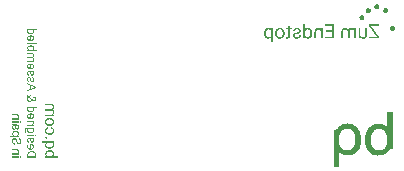
<source format=gbo>
G04 Layer_Color=32896*
%FSLAX44Y44*%
%MOMM*%
G71*
G01*
G75*
G36*
X49456Y64127D02*
X49865Y64048D01*
X50210Y63923D01*
X50509Y63750D01*
X50761Y63561D01*
X50981Y63357D01*
X51138Y63137D01*
X51280Y62901D01*
X51390Y62665D01*
X51468Y62445D01*
X51531Y62240D01*
X51563Y62052D01*
X51594Y61894D01*
X51610Y61769D01*
Y61690D01*
Y61659D01*
X51594Y61360D01*
X51563Y61093D01*
X51500Y60857D01*
X51437Y60652D01*
X51374Y60479D01*
X51311Y60354D01*
X51280Y60275D01*
X51264Y60244D01*
X51138Y60039D01*
X50997Y59835D01*
X50839Y59678D01*
X50714Y59536D01*
X50588Y59426D01*
X50493Y59347D01*
X50431Y59300D01*
X50399Y59284D01*
X50619Y59174D01*
X50792Y59033D01*
X50965Y58876D01*
X51107Y58718D01*
X51217Y58545D01*
X51311Y58357D01*
X51390Y58184D01*
X51452Y58011D01*
X51547Y57681D01*
X51578Y57523D01*
X51594Y57398D01*
X51610Y57288D01*
Y57209D01*
Y57162D01*
Y57146D01*
X51594Y56895D01*
X51563Y56643D01*
X51515Y56423D01*
X51452Y56203D01*
X51295Y55826D01*
X51217Y55668D01*
X51122Y55511D01*
X51028Y55385D01*
X50949Y55259D01*
X50855Y55165D01*
X50792Y55086D01*
X50729Y55008D01*
X50682Y54961D01*
X50651Y54945D01*
X50635Y54929D01*
X51468Y54898D01*
Y53687D01*
X44000D01*
Y54961D01*
X49440D01*
X49629Y55055D01*
X49802Y55165D01*
X49943Y55291D01*
X50069Y55417D01*
X50179Y55558D01*
X50258Y55700D01*
X50336Y55841D01*
X50383Y55983D01*
X50462Y56250D01*
X50493Y56376D01*
X50509Y56470D01*
X50525Y56549D01*
Y56627D01*
Y56659D01*
Y56674D01*
X50509Y56958D01*
X50462Y57209D01*
X50368Y57413D01*
X50273Y57602D01*
X50148Y57759D01*
X50006Y57885D01*
X49865Y57995D01*
X49707Y58074D01*
X49550Y58137D01*
X49409Y58200D01*
X49267Y58231D01*
X49141Y58247D01*
X49047Y58263D01*
X48968Y58278D01*
X44000D01*
Y59567D01*
X48953D01*
X49204Y59615D01*
X49424Y59678D01*
X49629Y59772D01*
X49786Y59866D01*
X49912Y59945D01*
X50006Y60023D01*
X50069Y60086D01*
X50085Y60102D01*
X50226Y60291D01*
X50336Y60495D01*
X50415Y60684D01*
X50478Y60872D01*
X50509Y61045D01*
X50525Y61171D01*
Y61266D01*
Y61297D01*
X50509Y61596D01*
X50462Y61847D01*
X50399Y62052D01*
X50321Y62225D01*
X50242Y62350D01*
X50179Y62445D01*
X50132Y62492D01*
X50116Y62508D01*
X49959Y62633D01*
X49770Y62728D01*
X49566Y62791D01*
X49377Y62838D01*
X49188Y62869D01*
X49047Y62885D01*
X44000D01*
Y64158D01*
X49000D01*
X49456Y64127D01*
D02*
G37*
G36*
X33181Y24039D02*
X33542Y23990D01*
X33854Y23918D01*
X33998Y23882D01*
X34130Y23846D01*
X34251Y23798D01*
X34359Y23762D01*
X34455Y23726D01*
X34527Y23702D01*
X34587Y23666D01*
X34635Y23654D01*
X34659Y23630D01*
X34671D01*
X34959Y23462D01*
X35224Y23270D01*
X35440Y23065D01*
X35620Y22873D01*
X35764Y22705D01*
X35861Y22573D01*
X35897Y22513D01*
X35921Y22477D01*
X35945Y22453D01*
Y22441D01*
X36089Y22140D01*
X36197Y21840D01*
X36281Y21540D01*
X36329Y21263D01*
X36353Y21143D01*
X36365Y21023D01*
X36377Y20915D01*
Y20831D01*
X36389Y20759D01*
Y20711D01*
Y20675D01*
Y20663D01*
Y18500D01*
X28700D01*
Y20626D01*
X28724Y20999D01*
X28772Y21347D01*
X28832Y21660D01*
X28880Y21792D01*
X28916Y21924D01*
X28952Y22032D01*
X29000Y22140D01*
X29037Y22224D01*
X29060Y22308D01*
X29097Y22357D01*
X29109Y22405D01*
X29133Y22429D01*
Y22441D01*
X29313Y22717D01*
X29517Y22957D01*
X29733Y23161D01*
X29925Y23330D01*
X30118Y23474D01*
X30190Y23522D01*
X30262Y23570D01*
X30322Y23594D01*
X30358Y23618D01*
X30382Y23642D01*
X30394D01*
X30719Y23786D01*
X31043Y23882D01*
X31367Y23955D01*
X31656Y24014D01*
X31800Y24027D01*
X31920Y24039D01*
X32028Y24051D01*
X32124D01*
X32196Y24063D01*
X32797D01*
X33181Y24039D01*
D02*
G37*
G36*
X31920Y30022D02*
X32148Y30010D01*
X32376Y29974D01*
X32569Y29938D01*
X32761Y29890D01*
X32941Y29841D01*
X33097Y29781D01*
X33229Y29721D01*
X33362Y29661D01*
X33470Y29601D01*
X33554Y29553D01*
X33638Y29505D01*
X33698Y29469D01*
X33734Y29433D01*
X33758Y29421D01*
X33770Y29409D01*
X33902Y29289D01*
X34010Y29157D01*
X34118Y29025D01*
X34203Y28880D01*
X34275Y28736D01*
X34335Y28592D01*
X34419Y28316D01*
X34479Y28063D01*
X34491Y27955D01*
X34503Y27859D01*
X34515Y27787D01*
Y27727D01*
Y27691D01*
Y27679D01*
X34503Y27427D01*
X34455Y27198D01*
X34395Y26982D01*
X34323Y26802D01*
X34251Y26634D01*
X34191Y26525D01*
X34167Y26477D01*
X34142Y26441D01*
X34130Y26429D01*
Y26417D01*
X33974Y26213D01*
X33806Y26033D01*
X33638Y25877D01*
X33470Y25745D01*
X33314Y25636D01*
X33193Y25564D01*
X33145Y25540D01*
X33109Y25516D01*
X33097Y25504D01*
X33085D01*
X32833Y25396D01*
X32569Y25312D01*
X32316Y25264D01*
X32076Y25216D01*
X31872Y25192D01*
X31788D01*
X31716Y25180D01*
X31391D01*
X31151Y25192D01*
X30935Y25216D01*
X30731Y25252D01*
X30526Y25300D01*
X30346Y25348D01*
X30178Y25408D01*
X30022Y25480D01*
X29890Y25552D01*
X29769Y25612D01*
X29661Y25684D01*
X29565Y25745D01*
X29493Y25805D01*
X29433Y25841D01*
X29385Y25877D01*
X29361Y25901D01*
X29349Y25913D01*
X29217Y26057D01*
X29097Y26201D01*
X29000Y26357D01*
X28916Y26514D01*
X28844Y26670D01*
X28772Y26838D01*
X28688Y27126D01*
X28652Y27270D01*
X28628Y27390D01*
X28616Y27511D01*
X28604Y27607D01*
X28592Y27691D01*
Y27751D01*
Y27787D01*
Y27799D01*
X28604Y28063D01*
X28640Y28304D01*
X28688Y28532D01*
X28760Y28748D01*
X28844Y28940D01*
X28940Y29121D01*
X29037Y29277D01*
X29145Y29421D01*
X29241Y29553D01*
X29337Y29661D01*
X29433Y29745D01*
X29517Y29829D01*
X29589Y29890D01*
X29637Y29925D01*
X29673Y29950D01*
X29685Y29962D01*
X30154Y29361D01*
X30034Y29253D01*
X29913Y29157D01*
X29817Y29049D01*
X29745Y28952D01*
X29673Y28868D01*
X29625Y28796D01*
X29601Y28748D01*
X29589Y28736D01*
X29517Y28592D01*
X29469Y28448D01*
X29433Y28304D01*
X29409Y28159D01*
X29397Y28039D01*
X29385Y27943D01*
Y27883D01*
Y27871D01*
Y27859D01*
X29397Y27727D01*
X29409Y27595D01*
X29469Y27366D01*
X29553Y27162D01*
X29649Y26982D01*
X29733Y26850D01*
X29817Y26742D01*
X29878Y26682D01*
X29901Y26658D01*
X30106Y26502D01*
X30334Y26381D01*
X30562Y26297D01*
X30779Y26237D01*
X30971Y26201D01*
X31055Y26189D01*
X31127Y26177D01*
X31187Y26165D01*
X31271D01*
Y30034D01*
X31668D01*
X31920Y30022D01*
D02*
G37*
G36*
X48041Y52068D02*
X48355Y52036D01*
X48638Y51989D01*
X48906Y51942D01*
X49157Y51863D01*
X49393Y51785D01*
X49597Y51706D01*
X49802Y51612D01*
X49959Y51518D01*
X50116Y51439D01*
X50242Y51360D01*
X50352Y51282D01*
X50431Y51234D01*
X50493Y51187D01*
X50525Y51156D01*
X50541Y51140D01*
X50729Y50951D01*
X50887Y50763D01*
X51044Y50558D01*
X51154Y50354D01*
X51264Y50150D01*
X51343Y49945D01*
X51484Y49552D01*
X51515Y49379D01*
X51547Y49206D01*
X51578Y49049D01*
X51594Y48923D01*
X51610Y48813D01*
Y48735D01*
Y48687D01*
Y48672D01*
X51594Y48310D01*
X51531Y47980D01*
X51452Y47681D01*
X51374Y47414D01*
X51280Y47210D01*
X51201Y47052D01*
X51170Y46989D01*
X51138Y46942D01*
X51122Y46926D01*
Y46911D01*
X50934Y46644D01*
X50714Y46392D01*
X50493Y46188D01*
X50273Y46015D01*
X50069Y45873D01*
X49912Y45779D01*
X49849Y45747D01*
X49802Y45716D01*
X49786Y45700D01*
X49770D01*
X49440Y45559D01*
X49094Y45449D01*
X48764Y45386D01*
X48450Y45323D01*
X48182Y45291D01*
X48072D01*
X47978Y45276D01*
X47710D01*
X47396Y45291D01*
X47097Y45323D01*
X46799Y45370D01*
X46531Y45417D01*
X46295Y45496D01*
X46060Y45574D01*
X45855Y45653D01*
X45651Y45747D01*
X45494Y45842D01*
X45336Y45920D01*
X45211Y45999D01*
X45101Y46077D01*
X45022Y46125D01*
X44959Y46172D01*
X44928Y46203D01*
X44912Y46219D01*
X44723Y46408D01*
X44566Y46596D01*
X44425Y46801D01*
X44299Y47005D01*
X44204Y47210D01*
X44110Y47414D01*
X43984Y47807D01*
X43953Y47996D01*
X43921Y48153D01*
X43890Y48310D01*
X43874Y48436D01*
X43858Y48546D01*
Y48625D01*
Y48672D01*
Y48687D01*
X43874Y49049D01*
X43937Y49395D01*
X44016Y49694D01*
X44094Y49961D01*
X44189Y50165D01*
X44252Y50323D01*
X44283Y50385D01*
X44314Y50433D01*
X44330Y50448D01*
Y50464D01*
X44535Y50747D01*
X44755Y50983D01*
X44975Y51187D01*
X45195Y51360D01*
X45384Y51486D01*
X45541Y51580D01*
X45604Y51612D01*
X45651Y51643D01*
X45667Y51659D01*
X45682D01*
X46013Y51800D01*
X46358Y51911D01*
X46689Y51973D01*
X46987Y52036D01*
X47255Y52068D01*
X47365D01*
X47459Y52084D01*
X47726D01*
X48041Y52068D01*
D02*
G37*
G36*
X51468Y31267D02*
X50714Y31204D01*
X50871Y31047D01*
X51012Y30889D01*
X51122Y30732D01*
X51232Y30559D01*
X51327Y30371D01*
X51390Y30198D01*
X51500Y29867D01*
X51563Y29569D01*
X51578Y29443D01*
X51594Y29333D01*
X51610Y29239D01*
Y29176D01*
Y29128D01*
Y29113D01*
X51594Y28861D01*
X51563Y28625D01*
X51515Y28405D01*
X51452Y28201D01*
X51280Y27824D01*
X51185Y27651D01*
X51091Y27509D01*
X50997Y27368D01*
X50902Y27257D01*
X50808Y27163D01*
X50729Y27085D01*
X50666Y27006D01*
X50619Y26959D01*
X50588Y26943D01*
X50572Y26927D01*
X50368Y26786D01*
X50163Y26660D01*
X49943Y26550D01*
X49707Y26471D01*
X49236Y26314D01*
X48795Y26220D01*
X48591Y26188D01*
X48402Y26173D01*
X48229Y26157D01*
X48088Y26141D01*
X47962Y26126D01*
X47695D01*
X47380Y26141D01*
X47082Y26157D01*
X46799Y26204D01*
X46531Y26251D01*
X46280Y26314D01*
X46060Y26377D01*
X45840Y26456D01*
X45651Y26534D01*
X45478Y26597D01*
X45336Y26676D01*
X45211Y26739D01*
X45101Y26802D01*
X45022Y26849D01*
X44959Y26896D01*
X44928Y26912D01*
X44912Y26927D01*
X44723Y27085D01*
X44566Y27257D01*
X44425Y27431D01*
X44299Y27619D01*
X44204Y27792D01*
X44110Y27981D01*
X43984Y28327D01*
X43921Y28625D01*
X43890Y28751D01*
X43874Y28877D01*
X43858Y28971D01*
Y29034D01*
Y29081D01*
Y29097D01*
X43874Y29333D01*
X43890Y29553D01*
X43984Y29962D01*
X44110Y30323D01*
X44267Y30606D01*
X44346Y30732D01*
X44425Y30842D01*
X44487Y30937D01*
X44550Y31015D01*
X44598Y31078D01*
X44645Y31125D01*
X44660Y31141D01*
X44676Y31157D01*
X41123D01*
Y32430D01*
X51468D01*
Y31267D01*
D02*
G37*
G36*
X44786Y36094D02*
X44880Y36078D01*
X45053Y36015D01*
X45116Y35968D01*
X45179Y35936D01*
X45195Y35921D01*
X45211Y35905D01*
X45289Y35826D01*
X45352Y35732D01*
X45384Y35622D01*
X45415Y35528D01*
X45431Y35449D01*
X45447Y35370D01*
Y35323D01*
Y35308D01*
X45431Y35166D01*
X45415Y35056D01*
X45368Y34946D01*
X45336Y34867D01*
X45289Y34789D01*
X45242Y34741D01*
X45226Y34726D01*
X45211Y34710D01*
X45132Y34647D01*
X45038Y34600D01*
X44849Y34553D01*
X44770Y34537D01*
X44723Y34521D01*
X44660D01*
X44550Y34537D01*
X44440Y34553D01*
X44283Y34616D01*
X44220Y34647D01*
X44173Y34679D01*
X44142Y34710D01*
X44126D01*
X44063Y34789D01*
X44016Y34883D01*
X43953Y35087D01*
X43937Y35166D01*
X43921Y35245D01*
Y35292D01*
Y35308D01*
X43937Y35449D01*
X43953Y35575D01*
X43984Y35669D01*
X44032Y35748D01*
X44063Y35826D01*
X44094Y35873D01*
X44110Y35889D01*
X44126Y35905D01*
X44220Y35968D01*
X44299Y36031D01*
X44472Y36078D01*
X44550Y36094D01*
X44613Y36109D01*
X44660D01*
X44786Y36094D01*
D02*
G37*
G36*
X49110Y44175D02*
X49330Y44128D01*
X49707Y44018D01*
X50037Y43876D01*
X50321Y43719D01*
X50556Y43562D01*
X50651Y43483D01*
X50714Y43420D01*
X50777Y43373D01*
X50824Y43326D01*
X50839Y43310D01*
X50855Y43295D01*
X50981Y43137D01*
X51107Y42964D01*
X51295Y42618D01*
X51421Y42273D01*
X51515Y41942D01*
X51578Y41644D01*
X51594Y41518D01*
Y41408D01*
X51610Y41329D01*
Y41266D01*
Y41219D01*
Y41203D01*
X51594Y40842D01*
X51531Y40496D01*
X51468Y40197D01*
X51374Y39930D01*
X51295Y39725D01*
X51217Y39568D01*
X51185Y39505D01*
X51154Y39458D01*
X51138Y39443D01*
Y39427D01*
X50949Y39160D01*
X50729Y38939D01*
X50509Y38735D01*
X50305Y38578D01*
X50116Y38452D01*
X49959Y38358D01*
X49896Y38326D01*
X49849Y38295D01*
X49833Y38279D01*
X49817D01*
X49487Y38153D01*
X49157Y38059D01*
X48827Y37980D01*
X48528Y37933D01*
X48261Y37902D01*
X48151D01*
X48056Y37886D01*
X47663D01*
X47333Y37902D01*
X47035Y37917D01*
X46751Y37965D01*
X46484Y38028D01*
X46233Y38090D01*
X45997Y38169D01*
X45792Y38248D01*
X45604Y38342D01*
X45431Y38421D01*
X45289Y38499D01*
X45163Y38578D01*
X45053Y38641D01*
X44975Y38704D01*
X44912Y38751D01*
X44880Y38766D01*
X44865Y38782D01*
X44692Y38955D01*
X44535Y39144D01*
X44393Y39348D01*
X44283Y39553D01*
X44189Y39757D01*
X44110Y39961D01*
X43984Y40339D01*
X43937Y40527D01*
X43906Y40685D01*
X43890Y40842D01*
X43874Y40968D01*
X43858Y41078D01*
Y41156D01*
Y41203D01*
Y41219D01*
X43874Y41502D01*
X43906Y41769D01*
X43969Y42005D01*
X44032Y42225D01*
X44079Y42398D01*
X44142Y42540D01*
X44173Y42618D01*
X44189Y42650D01*
X44330Y42902D01*
X44487Y43106D01*
X44629Y43295D01*
X44786Y43452D01*
X44912Y43578D01*
X45022Y43656D01*
X45085Y43719D01*
X45116Y43735D01*
X45336Y43876D01*
X45557Y43986D01*
X45761Y44065D01*
X45950Y44112D01*
X46107Y44159D01*
X46233Y44175D01*
X46311Y44191D01*
X46343D01*
Y42980D01*
X46123Y42933D01*
X45918Y42870D01*
X45745Y42776D01*
X45588Y42666D01*
X45462Y42571D01*
X45384Y42477D01*
X45321Y42414D01*
X45305Y42398D01*
X45163Y42210D01*
X45069Y42005D01*
X44991Y41801D01*
X44943Y41628D01*
X44912Y41455D01*
X44896Y41329D01*
Y41251D01*
Y41235D01*
Y41219D01*
X44912Y41046D01*
X44928Y40873D01*
X45006Y40559D01*
X45116Y40307D01*
X45242Y40087D01*
X45368Y39914D01*
X45478Y39788D01*
X45557Y39725D01*
X45588Y39694D01*
X45871Y39521D01*
X46185Y39380D01*
X46516Y39285D01*
X46846Y39222D01*
X47129Y39191D01*
X47255Y39175D01*
X47365D01*
X47443Y39160D01*
X47821D01*
X48292Y39175D01*
X48701Y39238D01*
X49047Y39332D01*
X49330Y39427D01*
X49456Y39474D01*
X49550Y39521D01*
X49644Y39568D01*
X49723Y39615D01*
X49770Y39647D01*
X49817Y39678D01*
X49849Y39694D01*
X49975Y39804D01*
X50085Y39914D01*
X50258Y40150D01*
X50383Y40402D01*
X50462Y40653D01*
X50525Y40873D01*
X50541Y41046D01*
X50556Y41109D01*
Y41156D01*
Y41188D01*
Y41203D01*
X50541Y41471D01*
X50478Y41691D01*
X50415Y41911D01*
X50321Y42084D01*
X50242Y42225D01*
X50163Y42320D01*
X50100Y42398D01*
X50085Y42414D01*
X49896Y42587D01*
X49707Y42713D01*
X49503Y42807D01*
X49314Y42886D01*
X49141Y42933D01*
X49015Y42964D01*
X48921Y42980D01*
X48890D01*
Y44191D01*
X49110Y44175D01*
D02*
G37*
G36*
X30442Y35452D02*
X30586Y35428D01*
X30719Y35392D01*
X30827Y35356D01*
X30923Y35320D01*
X30983Y35284D01*
X31031Y35260D01*
X31043Y35248D01*
X31163Y35152D01*
X31271Y35056D01*
X31355Y34935D01*
X31439Y34827D01*
X31511Y34731D01*
X31560Y34647D01*
X31583Y34599D01*
X31595Y34575D01*
X31680Y34395D01*
X31752Y34203D01*
X31824Y33998D01*
X31872Y33806D01*
X31920Y33638D01*
X31956Y33506D01*
X31968Y33458D01*
Y33422D01*
X31980Y33398D01*
Y33386D01*
X32040Y33133D01*
X32100Y32917D01*
X32160Y32749D01*
X32220Y32605D01*
X32268Y32509D01*
X32292Y32436D01*
X32316Y32388D01*
X32328Y32376D01*
X32401Y32280D01*
X32485Y32220D01*
X32581Y32172D01*
X32665Y32136D01*
X32749Y32112D01*
X32809Y32100D01*
X32869D01*
X33001Y32112D01*
X33121Y32148D01*
X33217Y32196D01*
X33314Y32256D01*
X33374Y32304D01*
X33434Y32352D01*
X33458Y32388D01*
X33470Y32400D01*
X33554Y32521D01*
X33614Y32653D01*
X33650Y32797D01*
X33686Y32929D01*
X33698Y33049D01*
X33710Y33145D01*
Y33205D01*
Y33229D01*
X33698Y33410D01*
X33662Y33578D01*
X33614Y33722D01*
X33566Y33854D01*
X33506Y33950D01*
X33458Y34022D01*
X33422Y34070D01*
X33410Y34082D01*
X33301Y34203D01*
X33181Y34287D01*
X33061Y34347D01*
X32965Y34383D01*
X32869Y34419D01*
X32797Y34431D01*
X32725D01*
Y35416D01*
X32869Y35404D01*
X33001Y35392D01*
X33254Y35320D01*
X33470Y35224D01*
X33662Y35116D01*
X33806Y34996D01*
X33914Y34899D01*
X33986Y34827D01*
X34010Y34815D01*
Y34803D01*
X34179Y34563D01*
X34299Y34299D01*
X34395Y34046D01*
X34455Y33794D01*
X34491Y33566D01*
X34503Y33470D01*
Y33386D01*
X34515Y33326D01*
Y33277D01*
Y33241D01*
Y33229D01*
X34491Y32893D01*
X34443Y32605D01*
X34359Y32340D01*
X34275Y32124D01*
X34179Y31944D01*
X34142Y31872D01*
X34095Y31812D01*
X34070Y31764D01*
X34046Y31728D01*
X34022Y31716D01*
Y31704D01*
X33926Y31595D01*
X33830Y31511D01*
X33734Y31427D01*
X33638Y31367D01*
X33434Y31259D01*
X33254Y31187D01*
X33085Y31151D01*
X32953Y31127D01*
X32905Y31115D01*
X32833D01*
X32677Y31127D01*
X32545Y31151D01*
X32413Y31175D01*
X32304Y31223D01*
X32220Y31259D01*
X32160Y31283D01*
X32112Y31307D01*
X32100Y31319D01*
X31992Y31415D01*
X31896Y31511D01*
X31800Y31620D01*
X31728Y31728D01*
X31656Y31824D01*
X31607Y31896D01*
X31583Y31944D01*
X31572Y31968D01*
X31499Y32148D01*
X31427Y32340D01*
X31355Y32533D01*
X31307Y32725D01*
X31259Y32893D01*
X31223Y33025D01*
X31211Y33073D01*
Y33109D01*
X31199Y33133D01*
Y33145D01*
X31139Y33410D01*
X31079Y33626D01*
X31007Y33806D01*
X30947Y33950D01*
X30899Y34058D01*
X30851Y34130D01*
X30827Y34179D01*
X30815Y34191D01*
X30731Y34287D01*
X30622Y34359D01*
X30526Y34419D01*
X30430Y34455D01*
X30334Y34479D01*
X30262Y34491D01*
X30202D01*
X30070Y34479D01*
X29950Y34443D01*
X29853Y34383D01*
X29757Y34323D01*
X29697Y34263D01*
X29637Y34203D01*
X29613Y34167D01*
X29601Y34155D01*
X29529Y34022D01*
X29481Y33878D01*
X29433Y33722D01*
X29409Y33590D01*
X29397Y33458D01*
X29385Y33362D01*
Y33289D01*
Y33277D01*
Y33266D01*
X29397Y33049D01*
X29433Y32857D01*
X29481Y32689D01*
X29529Y32557D01*
X29577Y32436D01*
X29625Y32364D01*
X29661Y32304D01*
X29673Y32292D01*
X29793Y32172D01*
X29913Y32076D01*
X30046Y32016D01*
X30178Y31968D01*
X30286Y31932D01*
X30370Y31920D01*
X30430Y31908D01*
X30454D01*
Y30923D01*
X30262Y30935D01*
X30094Y30971D01*
X29925Y31019D01*
X29781Y31079D01*
X29673Y31127D01*
X29577Y31175D01*
X29529Y31211D01*
X29505Y31223D01*
X29349Y31343D01*
X29217Y31475D01*
X29097Y31620D01*
X29012Y31752D01*
X28928Y31872D01*
X28880Y31968D01*
X28844Y32028D01*
X28832Y32052D01*
X28748Y32256D01*
X28688Y32460D01*
X28652Y32665D01*
X28628Y32857D01*
X28604Y33025D01*
X28592Y33145D01*
Y33193D01*
Y33229D01*
Y33254D01*
Y33266D01*
X28616Y33614D01*
X28664Y33926D01*
X28736Y34191D01*
X28820Y34419D01*
X28868Y34527D01*
X28904Y34611D01*
X28940Y34683D01*
X28976Y34743D01*
X29012Y34791D01*
X29025Y34827D01*
X29049Y34839D01*
Y34851D01*
X29133Y34959D01*
X29229Y35056D01*
X29337Y35140D01*
X29433Y35212D01*
X29637Y35320D01*
X29829Y35392D01*
X30010Y35428D01*
X30142Y35452D01*
X30202Y35464D01*
X30274D01*
X30442Y35452D01*
D02*
G37*
G36*
X31920Y55984D02*
X32148Y55972D01*
X32376Y55936D01*
X32569Y55900D01*
X32761Y55852D01*
X32941Y55804D01*
X33097Y55744D01*
X33229Y55684D01*
X33362Y55624D01*
X33470Y55564D01*
X33554Y55516D01*
X33638Y55468D01*
X33698Y55432D01*
X33734Y55396D01*
X33758Y55384D01*
X33770Y55372D01*
X33902Y55251D01*
X34010Y55119D01*
X34118Y54987D01*
X34203Y54843D01*
X34275Y54699D01*
X34335Y54555D01*
X34419Y54278D01*
X34479Y54026D01*
X34491Y53918D01*
X34503Y53822D01*
X34515Y53750D01*
Y53690D01*
Y53654D01*
Y53642D01*
X34503Y53389D01*
X34455Y53161D01*
X34395Y52945D01*
X34323Y52765D01*
X34251Y52596D01*
X34191Y52488D01*
X34167Y52440D01*
X34142Y52404D01*
X34130Y52392D01*
Y52380D01*
X33974Y52176D01*
X33806Y51996D01*
X33638Y51839D01*
X33470Y51707D01*
X33314Y51599D01*
X33193Y51527D01*
X33145Y51503D01*
X33109Y51479D01*
X33097Y51467D01*
X33085D01*
X32833Y51359D01*
X32569Y51275D01*
X32316Y51227D01*
X32076Y51179D01*
X31872Y51155D01*
X31788D01*
X31716Y51143D01*
X31391D01*
X31151Y51155D01*
X30935Y51179D01*
X30731Y51215D01*
X30526Y51263D01*
X30346Y51311D01*
X30178Y51371D01*
X30022Y51443D01*
X29890Y51515D01*
X29769Y51575D01*
X29661Y51647D01*
X29565Y51707D01*
X29493Y51767D01*
X29433Y51803D01*
X29385Y51839D01*
X29361Y51863D01*
X29349Y51876D01*
X29217Y52020D01*
X29097Y52164D01*
X29000Y52320D01*
X28916Y52476D01*
X28844Y52632D01*
X28772Y52801D01*
X28688Y53089D01*
X28652Y53233D01*
X28628Y53353D01*
X28616Y53473D01*
X28604Y53569D01*
X28592Y53654D01*
Y53714D01*
Y53750D01*
Y53762D01*
X28604Y54026D01*
X28640Y54266D01*
X28688Y54495D01*
X28760Y54711D01*
X28844Y54903D01*
X28940Y55083D01*
X29037Y55239D01*
X29145Y55384D01*
X29241Y55516D01*
X29337Y55624D01*
X29433Y55708D01*
X29517Y55792D01*
X29589Y55852D01*
X29637Y55888D01*
X29673Y55912D01*
X29685Y55924D01*
X30154Y55324D01*
X30034Y55215D01*
X29913Y55119D01*
X29817Y55011D01*
X29745Y54915D01*
X29673Y54831D01*
X29625Y54759D01*
X29601Y54711D01*
X29589Y54699D01*
X29517Y54555D01*
X29469Y54411D01*
X29433Y54266D01*
X29409Y54122D01*
X29397Y54002D01*
X29385Y53906D01*
Y53846D01*
Y53834D01*
Y53822D01*
X29397Y53690D01*
X29409Y53557D01*
X29469Y53329D01*
X29553Y53125D01*
X29649Y52945D01*
X29733Y52813D01*
X29817Y52704D01*
X29878Y52644D01*
X29901Y52620D01*
X30106Y52464D01*
X30334Y52344D01*
X30562Y52260D01*
X30779Y52200D01*
X30971Y52164D01*
X31055Y52152D01*
X31127Y52140D01*
X31187Y52128D01*
X31271D01*
Y55996D01*
X31668D01*
X31920Y55984D01*
D02*
G37*
G36*
X36810Y60730D02*
X33818D01*
X33938Y60622D01*
X34046Y60502D01*
X34142Y60370D01*
X34227Y60237D01*
X34287Y60105D01*
X34347Y59973D01*
X34431Y59721D01*
X34479Y59493D01*
X34491Y59396D01*
X34503Y59312D01*
X34515Y59240D01*
Y59192D01*
Y59156D01*
Y59144D01*
X34503Y58964D01*
X34479Y58784D01*
X34443Y58615D01*
X34395Y58459D01*
X34263Y58183D01*
X34118Y57955D01*
X34034Y57846D01*
X33962Y57762D01*
X33902Y57690D01*
X33842Y57618D01*
X33782Y57570D01*
X33746Y57534D01*
X33722Y57522D01*
X33710Y57510D01*
X33554Y57402D01*
X33386Y57306D01*
X33217Y57222D01*
X33037Y57150D01*
X32689Y57042D01*
X32352Y56969D01*
X32196Y56933D01*
X32052Y56921D01*
X31920Y56909D01*
X31812Y56897D01*
X31728Y56885D01*
X31523D01*
X31283Y56897D01*
X31055Y56909D01*
X30839Y56946D01*
X30634Y56982D01*
X30454Y57030D01*
X30274Y57078D01*
X30118Y57138D01*
X29974Y57198D01*
X29841Y57258D01*
X29721Y57318D01*
X29625Y57366D01*
X29541Y57414D01*
X29481Y57450D01*
X29433Y57486D01*
X29409Y57498D01*
X29397Y57510D01*
X29253Y57630D01*
X29133Y57762D01*
X29025Y57895D01*
X28928Y58027D01*
X28856Y58171D01*
X28784Y58303D01*
X28688Y58555D01*
X28640Y58784D01*
X28616Y58880D01*
X28604Y58964D01*
X28592Y59036D01*
Y59084D01*
Y59120D01*
Y59132D01*
X28604Y59324D01*
X28628Y59504D01*
X28652Y59673D01*
X28700Y59829D01*
X28820Y60105D01*
X28880Y60225D01*
X28952Y60346D01*
X29012Y60442D01*
X29072Y60526D01*
X29133Y60598D01*
X29193Y60658D01*
X29241Y60706D01*
X29265Y60742D01*
X29289Y60754D01*
X29301Y60766D01*
X28700Y60814D01*
Y61715D01*
X36810D01*
Y60730D01*
D02*
G37*
G36*
X30010Y70762D02*
X30178Y70882D01*
X30358Y70978D01*
X30550Y71062D01*
X30731Y71134D01*
X31103Y71254D01*
X31463Y71326D01*
X31620Y71363D01*
X31776Y71375D01*
X31908Y71386D01*
X32016Y71399D01*
X32112Y71411D01*
X32244D01*
Y70533D01*
X31932Y70521D01*
X31656Y70473D01*
X31391Y70425D01*
X31163Y70353D01*
X30983Y70293D01*
X30899Y70257D01*
X30839Y70233D01*
X30791Y70209D01*
X30754Y70185D01*
X30731Y70173D01*
X30719D01*
X32761Y68455D01*
X33181Y69020D01*
X33338Y69224D01*
X33494Y69392D01*
X33626Y69536D01*
X33758Y69644D01*
X33854Y69729D01*
X33926Y69789D01*
X33986Y69825D01*
X33998Y69837D01*
X34155Y69921D01*
X34299Y69981D01*
X34443Y70017D01*
X34575Y70053D01*
X34695Y70065D01*
X34779Y70077D01*
X34996D01*
X35116Y70053D01*
X35344Y69993D01*
X35548Y69909D01*
X35716Y69825D01*
X35849Y69729D01*
X35945Y69644D01*
X36005Y69584D01*
X36029Y69572D01*
Y69560D01*
X36185Y69356D01*
X36305Y69140D01*
X36389Y68924D01*
X36437Y68707D01*
X36473Y68527D01*
X36485Y68455D01*
Y68383D01*
X36497Y68323D01*
Y68287D01*
Y68263D01*
Y68251D01*
X36473Y67938D01*
X36413Y67662D01*
X36341Y67410D01*
X36245Y67218D01*
X36149Y67061D01*
X36077Y66941D01*
X36017Y66869D01*
X36005Y66857D01*
X35993Y66845D01*
X35897Y66749D01*
X35789Y66677D01*
X35572Y66545D01*
X35344Y66461D01*
X35128Y66389D01*
X34924Y66353D01*
X34839Y66341D01*
X34767D01*
X34707Y66329D01*
X34623D01*
X34479Y66341D01*
X34347Y66353D01*
X34215Y66377D01*
X34107Y66413D01*
X34010Y66449D01*
X33938Y66473D01*
X33878Y66485D01*
X33866Y66497D01*
X33710Y66581D01*
X33542Y66677D01*
X33374Y66797D01*
X33217Y66917D01*
X33073Y67025D01*
X32965Y67109D01*
X32917Y67146D01*
X32881Y67169D01*
X32869Y67194D01*
X32857D01*
X32749Y67037D01*
X32641Y66893D01*
X32533Y66761D01*
X32424Y66641D01*
X32244Y66437D01*
X32088Y66269D01*
X31956Y66148D01*
X31860Y66064D01*
X31800Y66016D01*
X31776Y66004D01*
X31595Y65908D01*
X31415Y65836D01*
X31247Y65776D01*
X31091Y65740D01*
X30959Y65716D01*
X30851Y65704D01*
X30754D01*
X30574Y65716D01*
X30406Y65728D01*
X30094Y65812D01*
X29829Y65920D01*
X29601Y66040D01*
X29505Y66100D01*
X29421Y66160D01*
X29349Y66220D01*
X29289Y66269D01*
X29241Y66316D01*
X29205Y66353D01*
X29193Y66365D01*
X29181Y66377D01*
X29072Y66509D01*
X28988Y66653D01*
X28904Y66797D01*
X28844Y66953D01*
X28736Y67254D01*
X28664Y67542D01*
X28640Y67674D01*
X28628Y67794D01*
X28616Y67902D01*
X28604Y67998D01*
X28592Y68083D01*
Y68143D01*
Y68179D01*
Y68191D01*
X28604Y68395D01*
X28616Y68587D01*
X28652Y68767D01*
X28688Y68924D01*
X28712Y69068D01*
X28748Y69164D01*
X28760Y69236D01*
X28772Y69260D01*
X28844Y69452D01*
X28928Y69620D01*
X29025Y69777D01*
X29109Y69921D01*
X29181Y70029D01*
X29241Y70101D01*
X29289Y70161D01*
X29301Y70173D01*
X28700Y70690D01*
Y71855D01*
X30010Y70762D01*
D02*
G37*
G36*
X32833Y49893D02*
X33145Y49833D01*
X33422Y49749D01*
X33650Y49629D01*
X33854Y49485D01*
X34022Y49328D01*
X34155Y49172D01*
X34263Y49004D01*
X34347Y48836D01*
X34407Y48668D01*
X34455Y48512D01*
X34479Y48379D01*
X34503Y48259D01*
X34515Y48175D01*
Y48115D01*
Y48091D01*
X34503Y47899D01*
X34479Y47719D01*
X34443Y47538D01*
X34383Y47382D01*
X34251Y47082D01*
X34179Y46962D01*
X34107Y46842D01*
X34022Y46733D01*
X33950Y46649D01*
X33878Y46565D01*
X33818Y46505D01*
X33758Y46457D01*
X33722Y46421D01*
X33698Y46397D01*
X33686Y46385D01*
X34407Y46349D01*
Y45424D01*
X28700D01*
Y46409D01*
X32761D01*
X32905Y46493D01*
X33037Y46577D01*
X33145Y46673D01*
X33242Y46757D01*
X33326Y46842D01*
X33374Y46902D01*
X33410Y46950D01*
X33422Y46962D01*
X33506Y47106D01*
X33578Y47250D01*
X33626Y47382D01*
X33650Y47514D01*
X33674Y47634D01*
X33686Y47719D01*
Y47779D01*
Y47803D01*
X33674Y48007D01*
X33638Y48175D01*
X33590Y48331D01*
X33542Y48451D01*
X33482Y48535D01*
X33434Y48608D01*
X33398Y48644D01*
X33386Y48656D01*
X33266Y48752D01*
X33121Y48812D01*
X32965Y48872D01*
X32821Y48908D01*
X32677Y48932D01*
X32569Y48944D01*
X28700D01*
Y49917D01*
X32473D01*
X32833Y49893D01*
D02*
G37*
G36*
X35993Y37891D02*
X36077Y37879D01*
X36209Y37831D01*
X36257Y37795D01*
X36293Y37771D01*
X36305Y37759D01*
X36317Y37747D01*
X36377Y37687D01*
X36413Y37615D01*
X36461Y37482D01*
X36473Y37410D01*
X36485Y37362D01*
Y37326D01*
Y37314D01*
X36473Y37218D01*
X36461Y37122D01*
X36437Y37050D01*
X36401Y36990D01*
X36365Y36942D01*
X36341Y36906D01*
X36329Y36894D01*
X36317Y36882D01*
X36257Y36834D01*
X36185Y36798D01*
X36053Y36762D01*
X36005Y36750D01*
X35957Y36738D01*
X35921D01*
X35837Y36750D01*
X35752Y36762D01*
X35632Y36810D01*
X35584Y36834D01*
X35548Y36858D01*
X35536Y36882D01*
X35524D01*
X35476Y36942D01*
X35440Y37014D01*
X35392Y37158D01*
X35380Y37218D01*
X35368Y37266D01*
Y37302D01*
Y37314D01*
X35380Y37410D01*
X35392Y37506D01*
X35416Y37579D01*
X35452Y37639D01*
X35476Y37687D01*
X35500Y37723D01*
X35512Y37735D01*
X35524Y37747D01*
X35584Y37795D01*
X35656Y37843D01*
X35777Y37879D01*
X35824Y37891D01*
X35873Y37903D01*
X35909D01*
X35993Y37891D01*
D02*
G37*
G36*
X34407Y36822D02*
X28700D01*
Y37795D01*
X34407D01*
Y36822D01*
D02*
G37*
G36*
Y43057D02*
X33770Y43009D01*
X33902Y42889D01*
X34010Y42769D01*
X34118Y42636D01*
X34203Y42504D01*
X34275Y42372D01*
X34335Y42228D01*
X34419Y41976D01*
X34479Y41736D01*
X34491Y41639D01*
X34503Y41543D01*
X34515Y41471D01*
Y41423D01*
Y41387D01*
Y41375D01*
X34503Y41195D01*
X34479Y41015D01*
X34443Y40846D01*
X34395Y40690D01*
X34263Y40414D01*
X34118Y40186D01*
X34046Y40078D01*
X33974Y39993D01*
X33902Y39921D01*
X33842Y39849D01*
X33794Y39801D01*
X33758Y39765D01*
X33734Y39753D01*
X33722Y39741D01*
X33566Y39633D01*
X33398Y39537D01*
X33229Y39453D01*
X33061Y39393D01*
X32701Y39273D01*
X32364Y39200D01*
X32208Y39176D01*
X32064Y39164D01*
X31932Y39152D01*
X31812Y39140D01*
X31728Y39128D01*
X31595D01*
X31343Y39140D01*
X31103Y39152D01*
X30875Y39188D01*
X30670Y39225D01*
X30466Y39273D01*
X30286Y39321D01*
X30118Y39381D01*
X29974Y39441D01*
X29841Y39489D01*
X29721Y39549D01*
X29625Y39597D01*
X29541Y39645D01*
X29481Y39681D01*
X29433Y39717D01*
X29409Y39729D01*
X29397Y39741D01*
X29253Y39861D01*
X29133Y39993D01*
X29025Y40126D01*
X28928Y40258D01*
X28856Y40390D01*
X28784Y40534D01*
X28688Y40786D01*
X28640Y41015D01*
X28616Y41111D01*
X28604Y41195D01*
X28592Y41267D01*
Y41315D01*
Y41351D01*
Y41363D01*
X28604Y41555D01*
X28616Y41723D01*
X28700Y42048D01*
X28808Y42324D01*
X28928Y42552D01*
X28988Y42649D01*
X29049Y42733D01*
X29109Y42805D01*
X29157Y42865D01*
X29205Y42913D01*
X29241Y42949D01*
X29253Y42961D01*
X29265Y42973D01*
X28772D01*
X28520Y42961D01*
X28292Y42913D01*
X28099Y42841D01*
X27943Y42769D01*
X27823Y42697D01*
X27727Y42625D01*
X27679Y42576D01*
X27655Y42565D01*
X27523Y42408D01*
X27415Y42228D01*
X27343Y42036D01*
X27294Y41868D01*
X27270Y41699D01*
X27258Y41579D01*
X27246Y41531D01*
Y41495D01*
Y41471D01*
Y41459D01*
X27258Y41291D01*
X27282Y41135D01*
X27318Y40979D01*
X27366Y40834D01*
X27499Y40570D01*
X27643Y40354D01*
X27775Y40162D01*
X27847Y40090D01*
X27907Y40030D01*
X27955Y39981D01*
X27991Y39945D01*
X28015Y39933D01*
X28027Y39921D01*
X27439Y39417D01*
X27282Y39549D01*
X27138Y39693D01*
X27006Y39837D01*
X26910Y39981D01*
X26826Y40114D01*
X26766Y40222D01*
X26730Y40294D01*
X26718Y40306D01*
Y40318D01*
X26634Y40534D01*
X26562Y40750D01*
X26514Y40967D01*
X26490Y41147D01*
X26465Y41303D01*
X26453Y41423D01*
Y41471D01*
Y41507D01*
Y41519D01*
Y41531D01*
X26465Y41736D01*
X26477Y41928D01*
X26550Y42276D01*
X26610Y42432D01*
X26658Y42576D01*
X26718Y42709D01*
X26778Y42829D01*
X26838Y42925D01*
X26898Y43021D01*
X26958Y43105D01*
X27006Y43165D01*
X27042Y43213D01*
X27078Y43261D01*
X27090Y43273D01*
X27102Y43285D01*
X27222Y43405D01*
X27355Y43502D01*
X27499Y43598D01*
X27643Y43670D01*
X27931Y43790D01*
X28207Y43862D01*
X28448Y43910D01*
X28556Y43922D01*
X28652Y43934D01*
X28724Y43946D01*
X34407D01*
Y43057D01*
D02*
G37*
G36*
X48088Y24820D02*
X48387Y24805D01*
X48685Y24758D01*
X48953Y24710D01*
X49204Y24648D01*
X49440Y24585D01*
X49644Y24522D01*
X49833Y24443D01*
X50006Y24365D01*
X50148Y24302D01*
X50273Y24239D01*
X50383Y24176D01*
X50462Y24129D01*
X50525Y24081D01*
X50556Y24066D01*
X50572Y24050D01*
X50761Y23893D01*
X50918Y23736D01*
X51059Y23563D01*
X51170Y23390D01*
X51280Y23217D01*
X51358Y23028D01*
X51484Y22698D01*
X51563Y22383D01*
X51578Y22258D01*
X51594Y22132D01*
X51610Y22038D01*
Y21975D01*
Y21927D01*
Y21912D01*
X51594Y21660D01*
X51563Y21424D01*
X51515Y21220D01*
X51452Y21016D01*
X51295Y20638D01*
X51217Y20481D01*
X51122Y20340D01*
X51028Y20214D01*
X50949Y20088D01*
X50855Y19994D01*
X50792Y19915D01*
X50729Y19852D01*
X50682Y19805D01*
X50651Y19789D01*
X50635Y19773D01*
X54613D01*
Y18500D01*
X44000D01*
Y19679D01*
X44849Y19742D01*
X44676Y19899D01*
X44519Y20057D01*
X44393Y20229D01*
X44283Y20402D01*
X44189Y20591D01*
X44094Y20780D01*
X43984Y21126D01*
X43906Y21440D01*
X43890Y21582D01*
X43874Y21692D01*
X43858Y21786D01*
Y21865D01*
Y21912D01*
Y21927D01*
X43874Y22163D01*
X43906Y22399D01*
X43953Y22619D01*
X44016Y22808D01*
X44189Y23170D01*
X44377Y23484D01*
X44472Y23610D01*
X44566Y23720D01*
X44660Y23814D01*
X44739Y23893D01*
X44802Y23956D01*
X44849Y24003D01*
X44880Y24019D01*
X44896Y24034D01*
X45101Y24176D01*
X45321Y24302D01*
X45541Y24412D01*
X45761Y24506D01*
X46217Y24648D01*
X46657Y24742D01*
X46862Y24773D01*
X47050Y24789D01*
X47223Y24805D01*
X47365Y24820D01*
X47490Y24836D01*
X47758D01*
X48088Y24820D01*
D02*
G37*
G36*
X324981Y148320D02*
X325203Y148264D01*
X325453Y148209D01*
X325703Y148098D01*
X325952Y147931D01*
X326202Y147737D01*
X326230Y147709D01*
X326286Y147626D01*
X326396Y147487D01*
X326508Y147320D01*
X326619Y147098D01*
X326730Y146820D01*
X326785Y146515D01*
X326813Y146182D01*
Y146154D01*
Y146043D01*
X326785Y145877D01*
X326730Y145682D01*
X326674Y145460D01*
X326563Y145210D01*
X326396Y144933D01*
X326202Y144683D01*
X326174Y144655D01*
X326091Y144572D01*
X325952Y144488D01*
X325786Y144377D01*
X325564Y144239D01*
X325286Y144155D01*
X324981Y144072D01*
X324647Y144044D01*
X324481D01*
X324314Y144072D01*
X324120Y144128D01*
X323870Y144211D01*
X323620Y144322D01*
X323370Y144461D01*
X323121Y144683D01*
X323093Y144711D01*
X323037Y144794D01*
X322926Y144933D01*
X322815Y145127D01*
X322704Y145349D01*
X322593Y145599D01*
X322538Y145877D01*
X322510Y146182D01*
Y146210D01*
Y146321D01*
X322538Y146487D01*
X322593Y146682D01*
X322649Y146932D01*
X322760Y147181D01*
X322926Y147431D01*
X323121Y147681D01*
X323148Y147709D01*
X323232Y147792D01*
X323370Y147903D01*
X323537Y148014D01*
X323759Y148125D01*
X324009Y148236D01*
X324314Y148320D01*
X324647Y148348D01*
X324814D01*
X324981Y148320D01*
D02*
G37*
G36*
X232993Y128343D02*
X233271Y128306D01*
X233530Y128251D01*
X233789Y128177D01*
X234215Y127992D01*
X234419Y127899D01*
X234585Y127788D01*
X234734Y127677D01*
X234882Y127584D01*
X234993Y127473D01*
X235086Y127399D01*
X235159Y127325D01*
X235215Y127269D01*
X235234Y127233D01*
X235252Y127214D01*
X235326Y128195D01*
X236696D01*
Y116011D01*
X235197D01*
Y120233D01*
X235011Y120067D01*
X234826Y119900D01*
X234622Y119770D01*
X234400Y119659D01*
X233993Y119474D01*
X233586Y119363D01*
X233215Y119289D01*
X233067Y119270D01*
X232919Y119252D01*
X232808Y119233D01*
X232660D01*
X232382Y119252D01*
X232104Y119289D01*
X231845Y119344D01*
X231623Y119418D01*
X231197Y119622D01*
X230827Y119844D01*
X230679Y119956D01*
X230549Y120067D01*
X230438Y120178D01*
X230345Y120270D01*
X230271Y120344D01*
X230216Y120400D01*
X230197Y120437D01*
X230179Y120455D01*
X230012Y120696D01*
X229864Y120955D01*
X229753Y121215D01*
X229642Y121474D01*
X229475Y122011D01*
X229364Y122529D01*
X229327Y122770D01*
X229308Y122992D01*
X229271Y123196D01*
Y123363D01*
X229253Y123511D01*
Y123603D01*
Y123677D01*
Y123696D01*
Y123825D01*
X229271Y124214D01*
X229290Y124585D01*
X229345Y124918D01*
X229401Y125251D01*
X229475Y125548D01*
X229549Y125825D01*
X229623Y126066D01*
X229716Y126288D01*
X229808Y126492D01*
X229882Y126658D01*
X229956Y126807D01*
X230030Y126936D01*
X230086Y127029D01*
X230142Y127103D01*
X230160Y127140D01*
X230179Y127158D01*
X230364Y127362D01*
X230549Y127547D01*
X230753Y127714D01*
X230956Y127862D01*
X231178Y127973D01*
X231382Y128066D01*
X231789Y128214D01*
X232141Y128306D01*
X232290Y128325D01*
X232438Y128343D01*
X232549Y128362D01*
X232697D01*
X232993Y128343D01*
D02*
G37*
G36*
X243029D02*
X243418Y128269D01*
X243770Y128177D01*
X244084Y128084D01*
X244325Y127973D01*
X244510Y127881D01*
X244585Y127844D01*
X244640Y127807D01*
X244659Y127788D01*
X244677D01*
X244992Y127566D01*
X245288Y127307D01*
X245529Y127047D01*
X245732Y126788D01*
X245899Y126547D01*
X246010Y126362D01*
X246047Y126288D01*
X246084Y126233D01*
X246103Y126214D01*
Y126196D01*
X246269Y125807D01*
X246399Y125399D01*
X246473Y125010D01*
X246547Y124640D01*
X246584Y124325D01*
Y124196D01*
X246603Y124085D01*
Y123992D01*
Y123918D01*
Y123881D01*
Y123862D01*
Y123770D01*
X246584Y123399D01*
X246547Y123048D01*
X246492Y122696D01*
X246436Y122381D01*
X246344Y122103D01*
X246251Y121826D01*
X246158Y121585D01*
X246047Y121344D01*
X245936Y121159D01*
X245844Y120974D01*
X245751Y120826D01*
X245658Y120696D01*
X245603Y120604D01*
X245547Y120529D01*
X245510Y120492D01*
X245492Y120474D01*
X245270Y120252D01*
X245047Y120067D01*
X244807Y119900D01*
X244566Y119752D01*
X244325Y119641D01*
X244084Y119530D01*
X243622Y119381D01*
X243399Y119344D01*
X243214Y119307D01*
X243029Y119270D01*
X242881Y119252D01*
X242751Y119233D01*
X242585D01*
X242159Y119252D01*
X241751Y119326D01*
X241400Y119418D01*
X241085Y119511D01*
X240844Y119622D01*
X240659Y119696D01*
X240585Y119733D01*
X240529Y119770D01*
X240511Y119789D01*
X240492D01*
X240159Y120029D01*
X239881Y120289D01*
X239641Y120548D01*
X239437Y120807D01*
X239289Y121029D01*
X239178Y121215D01*
X239141Y121289D01*
X239104Y121344D01*
X239085Y121363D01*
Y121381D01*
X238918Y121770D01*
X238789Y122177D01*
X238715Y122566D01*
X238641Y122918D01*
X238604Y123233D01*
Y123363D01*
X238585Y123474D01*
Y123566D01*
Y123640D01*
Y123677D01*
Y123696D01*
Y123788D01*
X238604Y124159D01*
X238641Y124529D01*
X238696Y124862D01*
X238752Y125177D01*
X238844Y125473D01*
X238937Y125751D01*
X239030Y125992D01*
X239141Y126233D01*
X239252Y126418D01*
X239344Y126603D01*
X239437Y126751D01*
X239529Y126881D01*
X239585Y126973D01*
X239641Y127047D01*
X239678Y127084D01*
X239696Y127103D01*
X239918Y127325D01*
X240140Y127510D01*
X240381Y127695D01*
X240622Y127825D01*
X240863Y127955D01*
X241103Y128047D01*
X241566Y128214D01*
X241770Y128251D01*
X241974Y128288D01*
X242159Y128325D01*
X242307Y128343D01*
X242437Y128362D01*
X242603D01*
X243029Y128343D01*
D02*
G37*
G36*
X332560Y145127D02*
X332754Y145071D01*
X332976Y145016D01*
X333226Y144905D01*
X333504Y144738D01*
X333754Y144544D01*
X333781Y144516D01*
X333865Y144433D01*
X333948Y144294D01*
X334059Y144128D01*
X334198Y143905D01*
X334281Y143656D01*
X334364Y143350D01*
X334392Y143017D01*
Y142989D01*
Y142878D01*
X334364Y142712D01*
X334309Y142517D01*
X334253Y142268D01*
X334142Y142018D01*
X333976Y141740D01*
X333781Y141490D01*
X333754Y141462D01*
X333670Y141379D01*
X333531Y141296D01*
X333365Y141185D01*
X333143Y141046D01*
X332865Y140963D01*
X332588Y140879D01*
X332254Y140852D01*
X332199D01*
X332088Y140879D01*
X331921Y140907D01*
X331699Y140963D01*
X331449Y141046D01*
X331199Y141157D01*
X330950Y141324D01*
X330700Y141518D01*
X330672Y141546D01*
X330616Y141629D01*
X330505Y141768D01*
X330394Y141934D01*
X330283Y142156D01*
X330172Y142434D01*
X330117Y142712D01*
X330089Y143017D01*
Y143045D01*
Y143156D01*
X330117Y143322D01*
X330172Y143517D01*
X330228Y143739D01*
X330339Y143989D01*
X330505Y144239D01*
X330700Y144488D01*
X330727Y144516D01*
X330811Y144600D01*
X330950Y144711D01*
X331116Y144822D01*
X331338Y144933D01*
X331616Y145044D01*
X331921Y145127D01*
X332254Y145155D01*
X332393D01*
X332560Y145127D01*
D02*
G37*
G36*
X338195Y130135D02*
X338418Y130080D01*
X338640Y130024D01*
X338890Y129913D01*
X339139Y129747D01*
X339389Y129552D01*
X339417Y129525D01*
X339473Y129441D01*
X339584Y129303D01*
X339695Y129136D01*
X339806Y128914D01*
X339917Y128664D01*
X339972Y128359D01*
X340000Y128026D01*
Y127998D01*
Y127887D01*
X339972Y127720D01*
X339917Y127526D01*
X339861Y127276D01*
X339750Y127026D01*
X339584Y126749D01*
X339389Y126499D01*
X339361Y126471D01*
X339278Y126388D01*
X339139Y126304D01*
X338973Y126193D01*
X338751Y126054D01*
X338501Y125971D01*
X338195Y125888D01*
X337890Y125860D01*
X337724D01*
X337557Y125888D01*
X337335Y125943D01*
X337085Y125999D01*
X336835Y126110D01*
X336585Y126277D01*
X336335Y126471D01*
X336308Y126499D01*
X336252Y126582D01*
X336141Y126721D01*
X336030Y126887D01*
X335919Y127109D01*
X335808Y127387D01*
X335752Y127692D01*
X335725Y128026D01*
Y128053D01*
Y128164D01*
X335752Y128331D01*
X335808Y128525D01*
X335863Y128747D01*
X335975Y128997D01*
X336141Y129247D01*
X336335Y129497D01*
X336363Y129525D01*
X336446Y129608D01*
X336585Y129719D01*
X336752Y129830D01*
X336974Y129941D01*
X337252Y130052D01*
X337557Y130135D01*
X337890Y130163D01*
X338029D01*
X338195Y130135D01*
D02*
G37*
G36*
X312404Y139047D02*
X312599Y138992D01*
X312849Y138908D01*
X313098Y138797D01*
X313348Y138658D01*
X313598Y138436D01*
X313626Y138409D01*
X313709Y138325D01*
X313820Y138187D01*
X313931Y138020D01*
X314042Y137798D01*
X314153Y137548D01*
X314237Y137270D01*
X314264Y136937D01*
Y136909D01*
Y136798D01*
X314237Y136632D01*
X314181Y136438D01*
X314126Y136188D01*
X314015Y135938D01*
X313848Y135660D01*
X313654Y135410D01*
X313626Y135382D01*
X313543Y135299D01*
X313404Y135216D01*
X313209Y135105D01*
X312987Y134966D01*
X312738Y134883D01*
X312460Y134799D01*
X312127Y134772D01*
X312071D01*
X311960Y134799D01*
X311794Y134827D01*
X311572Y134883D01*
X311322Y134966D01*
X311072Y135077D01*
X310822Y135244D01*
X310572Y135438D01*
X310544Y135466D01*
X310461Y135549D01*
X310378Y135688D01*
X310239Y135855D01*
X310128Y136077D01*
X310045Y136354D01*
X309961Y136632D01*
X309933Y136937D01*
Y136965D01*
Y137076D01*
X309961Y137215D01*
X310017Y137437D01*
X310100Y137659D01*
X310211Y137909D01*
X310350Y138159D01*
X310572Y138409D01*
X310600Y138436D01*
X310683Y138520D01*
X310822Y138631D01*
X310989Y138742D01*
X311211Y138853D01*
X311488Y138964D01*
X311794Y139047D01*
X312127Y139075D01*
X312266D01*
X312404Y139047D01*
D02*
G37*
G36*
X317735Y145127D02*
X317929Y145071D01*
X318179Y145016D01*
X318429Y144905D01*
X318706Y144738D01*
X318956Y144544D01*
X318984Y144516D01*
X319067Y144433D01*
X319178Y144294D01*
X319289Y144128D01*
X319401Y143905D01*
X319512Y143656D01*
X319595Y143350D01*
X319623Y143017D01*
Y142989D01*
Y142878D01*
X319595Y142712D01*
X319539Y142517D01*
X319456Y142268D01*
X319345Y142018D01*
X319206Y141740D01*
X318984Y141490D01*
X318956Y141462D01*
X318873Y141379D01*
X318734Y141296D01*
X318540Y141185D01*
X318318Y141046D01*
X318068Y140963D01*
X317763Y140879D01*
X317429Y140852D01*
X317402D01*
X317290Y140879D01*
X317124Y140907D01*
X316902Y140963D01*
X316652Y141046D01*
X316402Y141157D01*
X316152Y141324D01*
X315902Y141518D01*
X315875Y141546D01*
X315791Y141629D01*
X315708Y141768D01*
X315569Y141934D01*
X315458Y142156D01*
X315375Y142434D01*
X315292Y142712D01*
X315264Y143017D01*
Y143045D01*
Y143156D01*
X315292Y143322D01*
X315347Y143517D01*
X315431Y143739D01*
X315541Y143989D01*
X315680Y144239D01*
X315902Y144488D01*
X315930Y144516D01*
X316014Y144600D01*
X316152Y144711D01*
X316319Y144822D01*
X316569Y144933D01*
X316819Y145044D01*
X317096Y145127D01*
X317429Y145155D01*
X317568D01*
X317735Y145127D01*
D02*
G37*
G36*
X257565Y128325D02*
X258009Y128251D01*
X258416Y128121D01*
X258750Y127992D01*
X259027Y127844D01*
X259139Y127788D01*
X259231Y127714D01*
X259305Y127677D01*
X259361Y127640D01*
X259379Y127603D01*
X259398D01*
X259564Y127455D01*
X259694Y127307D01*
X259824Y127158D01*
X259916Y127010D01*
X260083Y126695D01*
X260194Y126418D01*
X260250Y126159D01*
X260287Y125955D01*
X260305Y125881D01*
Y125825D01*
Y125788D01*
Y125770D01*
X260287Y125529D01*
X260250Y125325D01*
X260212Y125122D01*
X260138Y124955D01*
X260083Y124825D01*
X260046Y124733D01*
X260009Y124659D01*
X259990Y124640D01*
X259842Y124473D01*
X259694Y124325D01*
X259527Y124177D01*
X259361Y124066D01*
X259213Y123955D01*
X259102Y123881D01*
X259027Y123844D01*
X258990Y123825D01*
X258713Y123714D01*
X258416Y123603D01*
X258120Y123492D01*
X257824Y123418D01*
X257565Y123344D01*
X257361Y123288D01*
X257287Y123270D01*
X257231D01*
X257194Y123251D01*
X257176D01*
X256768Y123159D01*
X256435Y123066D01*
X256157Y122955D01*
X255935Y122863D01*
X255769Y122788D01*
X255657Y122714D01*
X255583Y122677D01*
X255565Y122659D01*
X255417Y122529D01*
X255306Y122363D01*
X255213Y122214D01*
X255158Y122066D01*
X255120Y121918D01*
X255102Y121807D01*
Y121733D01*
Y121714D01*
X255120Y121511D01*
X255176Y121326D01*
X255269Y121178D01*
X255361Y121029D01*
X255454Y120937D01*
X255546Y120844D01*
X255602Y120807D01*
X255620Y120789D01*
X255824Y120678D01*
X256046Y120604D01*
X256287Y120529D01*
X256491Y120492D01*
X256694Y120474D01*
X256842Y120455D01*
X256991D01*
X257324Y120474D01*
X257620Y120529D01*
X257879Y120604D01*
X258083Y120678D01*
X258268Y120752D01*
X258379Y120826D01*
X258472Y120881D01*
X258490Y120900D01*
X258676Y121085D01*
X258824Y121270D01*
X258916Y121474D01*
X258990Y121678D01*
X259046Y121844D01*
X259065Y121974D01*
X259083Y122066D01*
Y122103D01*
X260601D01*
X260583Y121807D01*
X260527Y121548D01*
X260453Y121289D01*
X260361Y121067D01*
X260287Y120900D01*
X260212Y120752D01*
X260157Y120678D01*
X260138Y120641D01*
X259953Y120400D01*
X259750Y120196D01*
X259527Y120011D01*
X259324Y119881D01*
X259139Y119752D01*
X258990Y119678D01*
X258898Y119622D01*
X258861Y119604D01*
X258546Y119474D01*
X258231Y119381D01*
X257916Y119326D01*
X257620Y119289D01*
X257361Y119252D01*
X257176Y119233D01*
X256991D01*
X256454Y119270D01*
X255972Y119344D01*
X255565Y119455D01*
X255213Y119585D01*
X255046Y119659D01*
X254917Y119715D01*
X254806Y119770D01*
X254713Y119826D01*
X254639Y119881D01*
X254583Y119900D01*
X254565Y119937D01*
X254546D01*
X254380Y120067D01*
X254232Y120215D01*
X254102Y120381D01*
X253991Y120529D01*
X253824Y120844D01*
X253713Y121140D01*
X253658Y121418D01*
X253621Y121622D01*
X253602Y121714D01*
Y121770D01*
Y121807D01*
Y121826D01*
X253621Y122085D01*
X253658Y122307D01*
X253713Y122511D01*
X253769Y122677D01*
X253824Y122825D01*
X253880Y122918D01*
X253917Y122992D01*
X253935Y123011D01*
X254083Y123196D01*
X254232Y123363D01*
X254417Y123492D01*
X254583Y123622D01*
X254732Y123733D01*
X254861Y123807D01*
X254935Y123844D01*
X254972Y123862D01*
X255250Y123992D01*
X255546Y124103D01*
X255861Y124214D01*
X256157Y124288D01*
X256417Y124362D01*
X256620Y124418D01*
X256694Y124437D01*
X256750D01*
X256787Y124455D01*
X256805D01*
X257194Y124548D01*
X257528Y124640D01*
X257787Y124733D01*
X258009Y124825D01*
X258157Y124899D01*
X258268Y124936D01*
X258342Y124973D01*
X258361Y124992D01*
X258509Y125103D01*
X258601Y125233D01*
X258676Y125381D01*
X258731Y125510D01*
X258768Y125640D01*
X258787Y125733D01*
Y125807D01*
Y125825D01*
X258768Y126029D01*
X258713Y126214D01*
X258639Y126362D01*
X258546Y126510D01*
X258472Y126603D01*
X258398Y126695D01*
X258342Y126733D01*
X258324Y126751D01*
X258139Y126881D01*
X257935Y126973D01*
X257713Y127029D01*
X257509Y127084D01*
X257324Y127103D01*
X257176Y127121D01*
X257046D01*
X256768Y127103D01*
X256509Y127047D01*
X256287Y126973D01*
X256083Y126899D01*
X255935Y126807D01*
X255824Y126733D01*
X255750Y126677D01*
X255732Y126658D01*
X255546Y126492D01*
X255417Y126307D01*
X255324Y126122D01*
X255269Y125973D01*
X255213Y125825D01*
X255194Y125714D01*
Y125622D01*
Y125603D01*
X253676D01*
X253695Y125825D01*
X253713Y126029D01*
X253824Y126418D01*
X253972Y126751D01*
X254139Y127047D01*
X254324Y127269D01*
X254472Y127436D01*
X254583Y127547D01*
X254602Y127584D01*
X254620D01*
X254991Y127844D01*
X255398Y128029D01*
X255787Y128177D01*
X256176Y128269D01*
X256528Y128325D01*
X256676Y128343D01*
X256805D01*
X256898Y128362D01*
X257046D01*
X257565Y128325D01*
D02*
G37*
G36*
X251102Y128195D02*
X252713D01*
Y127029D01*
X251102D01*
Y121566D01*
X251084Y121159D01*
X251028Y120826D01*
X250936Y120511D01*
X250843Y120270D01*
X250769Y120085D01*
X250676Y119937D01*
X250621Y119863D01*
X250602Y119826D01*
X250380Y119622D01*
X250140Y119493D01*
X249880Y119381D01*
X249639Y119307D01*
X249417Y119270D01*
X249232Y119252D01*
X249158Y119233D01*
X249065D01*
X248658Y119252D01*
X248454Y119289D01*
X248288Y119326D01*
X248140Y119344D01*
X248010Y119381D01*
X247936Y119400D01*
X247917D01*
Y120604D01*
X248066Y120567D01*
X248214Y120548D01*
X248343Y120529D01*
X248436D01*
X248510Y120511D01*
X248621D01*
X248806Y120529D01*
X248973Y120548D01*
X249102Y120585D01*
X249195Y120641D01*
X249288Y120696D01*
X249343Y120733D01*
X249362Y120752D01*
X249380Y120770D01*
X249454Y120881D01*
X249510Y121011D01*
X249565Y121270D01*
X249584Y121381D01*
X249603Y121474D01*
Y121548D01*
Y121566D01*
Y127029D01*
X247955D01*
Y128195D01*
X249603D01*
Y130325D01*
X251102D01*
Y128195D01*
D02*
G37*
G36*
X316281Y122455D02*
X316244Y121900D01*
X316151Y121400D01*
X316096Y121196D01*
X316040Y120992D01*
X315966Y120807D01*
X315910Y120659D01*
X315836Y120511D01*
X315762Y120381D01*
X315707Y120289D01*
X315651Y120196D01*
X315614Y120141D01*
X315577Y120085D01*
X315540Y120067D01*
Y120048D01*
X315392Y119900D01*
X315225Y119789D01*
X314892Y119585D01*
X314540Y119437D01*
X314188Y119344D01*
X313874Y119270D01*
X313744Y119252D01*
X313614D01*
X313522Y119233D01*
X313392D01*
X313077Y119252D01*
X312800Y119270D01*
X312522Y119326D01*
X312263Y119400D01*
X312040Y119474D01*
X311818Y119548D01*
X311633Y119641D01*
X311448Y119752D01*
X311300Y119844D01*
X311170Y119937D01*
X311059Y120011D01*
X310966Y120085D01*
X310892Y120159D01*
X310837Y120215D01*
X310818Y120233D01*
X310800Y120252D01*
X310781Y119400D01*
X309337D01*
Y128195D01*
X310855D01*
Y121789D01*
X310966Y121566D01*
X311115Y121363D01*
X311281Y121196D01*
X311448Y121048D01*
X311633Y120918D01*
X311818Y120826D01*
X312022Y120733D01*
X312207Y120678D01*
X312577Y120585D01*
X312726Y120548D01*
X312874Y120529D01*
X312985Y120511D01*
X313151D01*
X313429Y120529D01*
X313688Y120604D01*
X313892Y120696D01*
X314077Y120826D01*
X314244Y120974D01*
X314373Y121140D01*
X314466Y121326D01*
X314559Y121511D01*
X314633Y121696D01*
X314670Y121881D01*
X314707Y122048D01*
X314744Y122196D01*
Y122326D01*
X314762Y122418D01*
Y122492D01*
Y122511D01*
Y128195D01*
X316281D01*
Y122455D01*
D02*
G37*
G36*
X303282Y128343D02*
X303578Y128306D01*
X303838Y128251D01*
X304097Y128177D01*
X304541Y127992D01*
X304726Y127899D01*
X304912Y127788D01*
X305060Y127677D01*
X305208Y127584D01*
X305319Y127473D01*
X305411Y127399D01*
X305504Y127325D01*
X305560Y127269D01*
X305578Y127233D01*
X305597Y127214D01*
X305634Y128195D01*
X307059D01*
Y119400D01*
X305560D01*
Y125807D01*
X305448Y126029D01*
X305319Y126233D01*
X305171Y126399D01*
X305023Y126547D01*
X304856Y126677D01*
X304689Y126770D01*
X304523Y126862D01*
X304356Y126918D01*
X304041Y127010D01*
X303893Y127047D01*
X303782Y127066D01*
X303689Y127084D01*
X303541D01*
X303208Y127066D01*
X302912Y127010D01*
X302671Y126899D01*
X302449Y126788D01*
X302264Y126640D01*
X302116Y126473D01*
X301986Y126307D01*
X301893Y126122D01*
X301819Y125936D01*
X301745Y125770D01*
X301708Y125603D01*
X301690Y125455D01*
X301671Y125344D01*
X301653Y125251D01*
Y125177D01*
Y125159D01*
Y119400D01*
X300134D01*
Y125233D01*
X300079Y125529D01*
X300005Y125788D01*
X299894Y126029D01*
X299783Y126214D01*
X299690Y126362D01*
X299597Y126473D01*
X299523Y126547D01*
X299505Y126566D01*
X299282Y126733D01*
X299042Y126862D01*
X298820Y126955D01*
X298597Y127029D01*
X298394Y127066D01*
X298246Y127084D01*
X298097D01*
X297746Y127066D01*
X297449Y127010D01*
X297209Y126936D01*
X297005Y126844D01*
X296857Y126751D01*
X296746Y126677D01*
X296690Y126621D01*
X296672Y126603D01*
X296523Y126418D01*
X296412Y126196D01*
X296338Y125955D01*
X296283Y125733D01*
X296246Y125510D01*
X296227Y125344D01*
Y125233D01*
Y125214D01*
Y125196D01*
Y119400D01*
X294727D01*
Y125288D01*
X294764Y125825D01*
X294857Y126307D01*
X295005Y126714D01*
X295209Y127066D01*
X295431Y127362D01*
X295672Y127621D01*
X295931Y127807D01*
X296209Y127973D01*
X296486Y128103D01*
X296746Y128195D01*
X296987Y128269D01*
X297209Y128306D01*
X297394Y128343D01*
X297542Y128362D01*
X297672D01*
X298023Y128343D01*
X298338Y128306D01*
X298616Y128232D01*
X298857Y128158D01*
X299060Y128084D01*
X299208Y128010D01*
X299301Y127973D01*
X299338Y127955D01*
X299579Y127807D01*
X299820Y127640D01*
X300005Y127455D01*
X300171Y127307D01*
X300301Y127158D01*
X300394Y127047D01*
X300449Y126973D01*
X300468Y126936D01*
X300597Y127196D01*
X300764Y127399D01*
X300949Y127603D01*
X301134Y127769D01*
X301338Y127899D01*
X301560Y128010D01*
X301764Y128103D01*
X301967Y128177D01*
X302356Y128288D01*
X302541Y128325D01*
X302690Y128343D01*
X302819Y128362D01*
X302986D01*
X303282Y128343D01*
D02*
G37*
G36*
X326558Y129973D02*
X320169D01*
X326669Y120567D01*
Y119400D01*
X318040D01*
Y120678D01*
X324817D01*
X318299Y130103D01*
Y131251D01*
X326558D01*
Y129973D01*
D02*
G37*
G36*
X264083Y127288D02*
X264249Y127473D01*
X264434Y127640D01*
X264638Y127788D01*
X264842Y127918D01*
X265045Y128010D01*
X265249Y128103D01*
X265638Y128232D01*
X265990Y128306D01*
X266138Y128325D01*
X266267Y128343D01*
X266378Y128362D01*
X266527D01*
X266804Y128343D01*
X267082Y128306D01*
X267341Y128251D01*
X267582Y128177D01*
X268008Y127973D01*
X268360Y127751D01*
X268526Y127621D01*
X268656Y127510D01*
X268767Y127418D01*
X268878Y127325D01*
X268952Y127233D01*
X269008Y127177D01*
X269026Y127140D01*
X269045Y127121D01*
X269212Y126881D01*
X269360Y126621D01*
X269489Y126362D01*
X269600Y126084D01*
X269767Y125548D01*
X269878Y125029D01*
X269934Y124788D01*
X269952Y124566D01*
X269971Y124362D01*
X269989Y124196D01*
X270008Y124066D01*
Y123955D01*
Y123881D01*
Y123862D01*
Y123751D01*
X269989Y123381D01*
X269971Y123029D01*
X269915Y122696D01*
X269860Y122381D01*
X269786Y122103D01*
X269711Y121826D01*
X269619Y121585D01*
X269526Y121363D01*
X269434Y121159D01*
X269341Y120974D01*
X269267Y120826D01*
X269193Y120696D01*
X269137Y120604D01*
X269082Y120529D01*
X269063Y120492D01*
X269045Y120474D01*
X268860Y120252D01*
X268656Y120067D01*
X268452Y119900D01*
X268249Y119752D01*
X268027Y119641D01*
X267823Y119530D01*
X267434Y119381D01*
X267082Y119307D01*
X266934Y119270D01*
X266804Y119252D01*
X266693Y119233D01*
X266545D01*
X266249Y119252D01*
X265971Y119289D01*
X265712Y119326D01*
X265471Y119400D01*
X265045Y119585D01*
X264860Y119678D01*
X264675Y119789D01*
X264527Y119881D01*
X264397Y119974D01*
X264286Y120067D01*
X264194Y120159D01*
X264119Y120233D01*
X264064Y120270D01*
X264045Y120307D01*
X264027Y120326D01*
X263953Y119400D01*
X262564D01*
Y131899D01*
X264083D01*
Y127288D01*
D02*
G37*
G36*
X275026Y128343D02*
X275303Y128306D01*
X275581Y128251D01*
X275822Y128158D01*
X276285Y127955D01*
X276470Y127844D01*
X276655Y127732D01*
X276822Y127603D01*
X276952Y127492D01*
X277081Y127381D01*
X277174Y127288D01*
X277248Y127196D01*
X277303Y127140D01*
X277340Y127103D01*
X277359Y127084D01*
X277414Y128195D01*
X278840D01*
Y119400D01*
X277322D01*
Y125659D01*
X277192Y125881D01*
X277063Y126084D01*
X276915Y126251D01*
X276785Y126399D01*
X276655Y126529D01*
X276563Y126603D01*
X276489Y126658D01*
X276470Y126677D01*
X276248Y126807D01*
X276026Y126918D01*
X275822Y126992D01*
X275618Y127029D01*
X275433Y127066D01*
X275303Y127084D01*
X275174D01*
X274859Y127066D01*
X274600Y127010D01*
X274359Y126936D01*
X274174Y126862D01*
X274044Y126770D01*
X273933Y126695D01*
X273878Y126640D01*
X273859Y126621D01*
X273711Y126436D01*
X273619Y126214D01*
X273526Y125973D01*
X273470Y125751D01*
X273433Y125529D01*
X273415Y125362D01*
Y125251D01*
Y125233D01*
Y125214D01*
Y119400D01*
X271915D01*
Y125214D01*
X271952Y125770D01*
X272045Y126251D01*
X272174Y126677D01*
X272359Y127029D01*
X272582Y127344D01*
X272822Y127603D01*
X273063Y127807D01*
X273322Y127973D01*
X273582Y128103D01*
X273841Y128195D01*
X274081Y128269D01*
X274285Y128306D01*
X274470Y128343D01*
X274600Y128362D01*
X274729D01*
X275026Y128343D01*
D02*
G37*
G36*
X288080Y119400D02*
X280562D01*
Y120678D01*
X286525D01*
Y124881D01*
X281395D01*
Y126159D01*
X286525D01*
Y129973D01*
X280636D01*
Y131251D01*
X288080D01*
Y119400D01*
D02*
G37*
G36*
X19124Y41003D02*
X19364Y40991D01*
X19580Y40955D01*
X19797Y40918D01*
X19989Y40870D01*
X20169Y40822D01*
X20325Y40774D01*
X20469Y40714D01*
X20601Y40654D01*
X20710Y40606D01*
X20806Y40558D01*
X20890Y40510D01*
X20950Y40474D01*
X20998Y40438D01*
X21022Y40426D01*
X21034Y40414D01*
X21166Y40294D01*
X21286Y40174D01*
X21394Y40041D01*
X21490Y39909D01*
X21563Y39765D01*
X21623Y39633D01*
X21719Y39369D01*
X21779Y39140D01*
X21791Y39044D01*
X21803Y38948D01*
X21815Y38876D01*
Y38828D01*
Y38792D01*
Y38780D01*
X21803Y38588D01*
X21779Y38407D01*
X21743Y38239D01*
X21695Y38071D01*
X21575Y37795D01*
X21514Y37663D01*
X21442Y37555D01*
X21370Y37458D01*
X21310Y37362D01*
X21238Y37290D01*
X21190Y37230D01*
X21142Y37182D01*
X21106Y37146D01*
X21082Y37134D01*
X21070Y37122D01*
X21707Y37074D01*
Y36185D01*
X13801D01*
Y37158D01*
X16541D01*
X16432Y37278D01*
X16324Y37398D01*
X16240Y37531D01*
X16168Y37675D01*
X16048Y37939D01*
X15976Y38203D01*
X15928Y38444D01*
X15916Y38540D01*
X15904Y38636D01*
X15892Y38708D01*
Y38756D01*
Y38792D01*
Y38804D01*
X15904Y38984D01*
X15928Y39164D01*
X15964Y39333D01*
X16012Y39477D01*
X16144Y39753D01*
X16288Y39993D01*
X16360Y40090D01*
X16432Y40174D01*
X16505Y40246D01*
X16565Y40306D01*
X16613Y40354D01*
X16649Y40390D01*
X16673Y40402D01*
X16685Y40414D01*
X16841Y40522D01*
X17009Y40618D01*
X17177Y40690D01*
X17346Y40762D01*
X17694Y40870D01*
X18030Y40943D01*
X18187Y40967D01*
X18331Y40979D01*
X18463Y41003D01*
X18571D01*
X18667Y41015D01*
X18871D01*
X19124Y41003D01*
D02*
G37*
G36*
X36810Y114866D02*
X28700D01*
Y115839D01*
X36810D01*
Y114866D01*
D02*
G37*
G36*
X31824Y113544D02*
X32052Y113532D01*
X32280Y113496D01*
X32485Y113460D01*
X32677Y113412D01*
X32857Y113364D01*
X33013Y113316D01*
X33157Y113256D01*
X33289Y113196D01*
X33398Y113148D01*
X33494Y113100D01*
X33578Y113052D01*
X33638Y113016D01*
X33686Y112980D01*
X33710Y112968D01*
X33722Y112956D01*
X33866Y112836D01*
X33986Y112715D01*
X34095Y112583D01*
X34179Y112451D01*
X34263Y112319D01*
X34323Y112175D01*
X34419Y111922D01*
X34479Y111682D01*
X34491Y111586D01*
X34503Y111490D01*
X34515Y111418D01*
Y111370D01*
Y111334D01*
Y111322D01*
X34503Y111130D01*
X34479Y110949D01*
X34443Y110793D01*
X34395Y110637D01*
X34275Y110349D01*
X34215Y110228D01*
X34142Y110120D01*
X34070Y110024D01*
X34010Y109928D01*
X33938Y109856D01*
X33890Y109796D01*
X33842Y109748D01*
X33806Y109712D01*
X33782Y109700D01*
X33770Y109688D01*
X36810D01*
Y108715D01*
X28700D01*
Y109616D01*
X29349Y109664D01*
X29217Y109784D01*
X29097Y109904D01*
X29000Y110036D01*
X28916Y110168D01*
X28844Y110312D01*
X28772Y110457D01*
X28688Y110721D01*
X28628Y110961D01*
X28616Y111069D01*
X28604Y111153D01*
X28592Y111226D01*
Y111286D01*
Y111322D01*
Y111334D01*
X28604Y111514D01*
X28628Y111694D01*
X28664Y111862D01*
X28712Y112007D01*
X28844Y112283D01*
X28988Y112523D01*
X29060Y112619D01*
X29133Y112703D01*
X29205Y112775D01*
X29265Y112836D01*
X29313Y112884D01*
X29349Y112920D01*
X29373Y112932D01*
X29385Y112944D01*
X29541Y113052D01*
X29709Y113148D01*
X29878Y113232D01*
X30046Y113304D01*
X30394Y113412D01*
X30731Y113484D01*
X30887Y113508D01*
X31031Y113520D01*
X31163Y113532D01*
X31271Y113544D01*
X31367Y113556D01*
X31572D01*
X31824Y113544D01*
D02*
G37*
G36*
X32869Y107213D02*
X33181Y107153D01*
X33446Y107057D01*
X33674Y106924D01*
X33866Y106780D01*
X34034Y106624D01*
X34155Y106456D01*
X34263Y106276D01*
X34347Y106096D01*
X34407Y105927D01*
X34455Y105771D01*
X34479Y105627D01*
X34503Y105507D01*
X34515Y105411D01*
Y105351D01*
Y105327D01*
X34503Y105098D01*
X34479Y104894D01*
X34431Y104714D01*
X34383Y104558D01*
X34335Y104426D01*
X34287Y104330D01*
X34263Y104269D01*
X34251Y104245D01*
X34155Y104089D01*
X34046Y103933D01*
X33926Y103813D01*
X33830Y103705D01*
X33734Y103621D01*
X33662Y103560D01*
X33614Y103525D01*
X33590Y103512D01*
X33758Y103428D01*
X33890Y103320D01*
X34022Y103200D01*
X34130Y103080D01*
X34215Y102948D01*
X34287Y102804D01*
X34347Y102671D01*
X34395Y102539D01*
X34467Y102287D01*
X34491Y102167D01*
X34503Y102071D01*
X34515Y101987D01*
Y101927D01*
Y101891D01*
Y101879D01*
X34503Y101686D01*
X34479Y101494D01*
X34443Y101326D01*
X34395Y101158D01*
X34275Y100869D01*
X34215Y100749D01*
X34142Y100629D01*
X34070Y100533D01*
X34010Y100437D01*
X33938Y100365D01*
X33890Y100305D01*
X33842Y100245D01*
X33806Y100209D01*
X33782Y100197D01*
X33770Y100185D01*
X34407Y100161D01*
Y99235D01*
X28700D01*
Y100209D01*
X32857D01*
X33001Y100281D01*
X33133Y100365D01*
X33242Y100461D01*
X33338Y100557D01*
X33422Y100665D01*
X33482Y100773D01*
X33542Y100881D01*
X33578Y100990D01*
X33638Y101194D01*
X33662Y101290D01*
X33674Y101362D01*
X33686Y101422D01*
Y101482D01*
Y101506D01*
Y101518D01*
X33674Y101734D01*
X33638Y101927D01*
X33566Y102083D01*
X33494Y102227D01*
X33398Y102347D01*
X33289Y102443D01*
X33181Y102527D01*
X33061Y102587D01*
X32941Y102635D01*
X32833Y102683D01*
X32725Y102708D01*
X32629Y102720D01*
X32557Y102732D01*
X32497Y102744D01*
X28700D01*
Y103729D01*
X32485D01*
X32677Y103765D01*
X32845Y103813D01*
X33001Y103885D01*
X33121Y103957D01*
X33217Y104017D01*
X33289Y104077D01*
X33338Y104125D01*
X33350Y104137D01*
X33458Y104281D01*
X33542Y104438D01*
X33602Y104582D01*
X33650Y104726D01*
X33674Y104858D01*
X33686Y104954D01*
Y105026D01*
Y105050D01*
X33674Y105279D01*
X33638Y105471D01*
X33590Y105627D01*
X33530Y105759D01*
X33470Y105855D01*
X33422Y105927D01*
X33386Y105963D01*
X33374Y105975D01*
X33254Y106072D01*
X33109Y106144D01*
X32953Y106192D01*
X32809Y106228D01*
X32665Y106252D01*
X32557Y106264D01*
X28700D01*
Y107237D01*
X32521D01*
X32869Y107213D01*
D02*
G37*
G36*
X16264Y46733D02*
X16469Y46685D01*
X16685Y46649D01*
X16877Y46625D01*
X17057Y46613D01*
X17201Y46601D01*
X19953D01*
X20109Y46589D01*
X20265Y46577D01*
X20529Y46505D01*
X20758Y46409D01*
X20962Y46313D01*
X21106Y46205D01*
X21226Y46109D01*
X21286Y46049D01*
X21310Y46037D01*
Y46024D01*
X21479Y45796D01*
X21599Y45544D01*
X21695Y45292D01*
X21755Y45039D01*
X21791Y44811D01*
X21803Y44715D01*
Y44643D01*
X21815Y44571D01*
Y44523D01*
Y44487D01*
Y44475D01*
X21803Y44246D01*
X21779Y44030D01*
X21743Y43838D01*
X21695Y43670D01*
X21647Y43526D01*
X21611Y43429D01*
X21587Y43357D01*
X21575Y43345D01*
Y43333D01*
X21479Y43153D01*
X21382Y42985D01*
X21274Y42841D01*
X21166Y42721D01*
X21082Y42636D01*
X21010Y42565D01*
X20962Y42516D01*
X20938Y42504D01*
X20794Y42408D01*
X20638Y42336D01*
X20505Y42276D01*
X20385Y42240D01*
X20277Y42216D01*
X20193Y42204D01*
X20121D01*
Y43189D01*
X20253Y43201D01*
X20373Y43249D01*
X20481Y43297D01*
X20577Y43369D01*
X20649Y43429D01*
X20710Y43489D01*
X20746Y43526D01*
X20758Y43538D01*
X20854Y43682D01*
X20914Y43826D01*
X20962Y43970D01*
X20998Y44114D01*
X21022Y44234D01*
X21034Y44331D01*
Y44391D01*
Y44415D01*
X21022Y44631D01*
X20986Y44811D01*
X20938Y44967D01*
X20878Y45087D01*
X20818Y45184D01*
X20770Y45256D01*
X20734Y45304D01*
X20722Y45316D01*
X20601Y45424D01*
X20469Y45496D01*
X20337Y45556D01*
X20205Y45592D01*
X20085Y45616D01*
X19989Y45628D01*
X19460D01*
Y44679D01*
Y44451D01*
X19436Y44246D01*
X19412Y44042D01*
X19376Y43862D01*
X19340Y43694D01*
X19304Y43538D01*
X19256Y43393D01*
X19208Y43261D01*
X19160Y43153D01*
X19112Y43045D01*
X19076Y42961D01*
X19040Y42901D01*
X19004Y42841D01*
X18980Y42805D01*
X18967Y42781D01*
X18956Y42769D01*
X18859Y42649D01*
X18751Y42552D01*
X18643Y42456D01*
X18535Y42384D01*
X18307Y42264D01*
X18079Y42180D01*
X17886Y42132D01*
X17790Y42120D01*
X17718Y42108D01*
X17658Y42096D01*
X17574D01*
X17442Y42108D01*
X17310Y42120D01*
X17081Y42180D01*
X16865Y42264D01*
X16697Y42372D01*
X16553Y42468D01*
X16444Y42552D01*
X16385Y42613D01*
X16360Y42636D01*
X16204Y42853D01*
X16084Y43081D01*
X16012Y43309D01*
X15952Y43526D01*
X15916Y43730D01*
X15904Y43802D01*
Y43874D01*
X15892Y43934D01*
Y43982D01*
Y44006D01*
Y44018D01*
X15904Y44198D01*
X15928Y44367D01*
X15952Y44523D01*
X16000Y44667D01*
X16108Y44943D01*
X16240Y45184D01*
X16300Y45292D01*
X16372Y45376D01*
X16432Y45460D01*
X16481Y45520D01*
X16529Y45568D01*
X16565Y45604D01*
X16577Y45628D01*
X16589Y45640D01*
X16444Y45664D01*
X16324Y45688D01*
X16216Y45712D01*
X16132Y45736D01*
X16072Y45760D01*
X16036Y45772D01*
X16012Y45784D01*
X16000D01*
Y46806D01*
X16084D01*
X16264Y46733D01*
D02*
G37*
G36*
X31920Y121990D02*
X32148Y121978D01*
X32376Y121942D01*
X32569Y121906D01*
X32761Y121858D01*
X32941Y121810D01*
X33097Y121750D01*
X33229Y121690D01*
X33362Y121630D01*
X33470Y121570D01*
X33554Y121522D01*
X33638Y121474D01*
X33698Y121438D01*
X33734Y121402D01*
X33758Y121390D01*
X33770Y121378D01*
X33902Y121257D01*
X34010Y121125D01*
X34118Y120993D01*
X34203Y120849D01*
X34275Y120705D01*
X34335Y120561D01*
X34419Y120284D01*
X34479Y120032D01*
X34491Y119924D01*
X34503Y119828D01*
X34515Y119756D01*
Y119696D01*
Y119660D01*
Y119648D01*
X34503Y119395D01*
X34455Y119167D01*
X34395Y118951D01*
X34323Y118771D01*
X34251Y118602D01*
X34191Y118494D01*
X34167Y118446D01*
X34142Y118410D01*
X34130Y118398D01*
Y118386D01*
X33974Y118182D01*
X33806Y118002D01*
X33638Y117845D01*
X33470Y117713D01*
X33314Y117605D01*
X33193Y117533D01*
X33145Y117509D01*
X33109Y117485D01*
X33097Y117473D01*
X33085D01*
X32833Y117365D01*
X32569Y117281D01*
X32316Y117233D01*
X32076Y117185D01*
X31872Y117161D01*
X31788D01*
X31716Y117149D01*
X31391D01*
X31151Y117161D01*
X30935Y117185D01*
X30731Y117221D01*
X30526Y117269D01*
X30346Y117317D01*
X30178Y117377D01*
X30022Y117449D01*
X29890Y117521D01*
X29769Y117581D01*
X29661Y117653D01*
X29565Y117713D01*
X29493Y117773D01*
X29433Y117809D01*
X29385Y117845D01*
X29361Y117870D01*
X29349Y117881D01*
X29217Y118026D01*
X29097Y118170D01*
X29000Y118326D01*
X28916Y118482D01*
X28844Y118638D01*
X28772Y118807D01*
X28688Y119095D01*
X28652Y119239D01*
X28628Y119359D01*
X28616Y119479D01*
X28604Y119576D01*
X28592Y119660D01*
Y119720D01*
Y119756D01*
Y119768D01*
X28604Y120032D01*
X28640Y120272D01*
X28688Y120501D01*
X28760Y120717D01*
X28844Y120909D01*
X28940Y121089D01*
X29037Y121245D01*
X29145Y121390D01*
X29241Y121522D01*
X29337Y121630D01*
X29433Y121714D01*
X29517Y121798D01*
X29589Y121858D01*
X29637Y121894D01*
X29673Y121918D01*
X29685Y121930D01*
X30154Y121330D01*
X30034Y121221D01*
X29913Y121125D01*
X29817Y121017D01*
X29745Y120921D01*
X29673Y120837D01*
X29625Y120765D01*
X29601Y120717D01*
X29589Y120705D01*
X29517Y120561D01*
X29469Y120416D01*
X29433Y120272D01*
X29409Y120128D01*
X29397Y120008D01*
X29385Y119912D01*
Y119852D01*
Y119840D01*
Y119828D01*
X29397Y119696D01*
X29409Y119564D01*
X29469Y119335D01*
X29553Y119131D01*
X29649Y118951D01*
X29733Y118819D01*
X29817Y118710D01*
X29878Y118650D01*
X29901Y118626D01*
X30106Y118470D01*
X30334Y118350D01*
X30562Y118266D01*
X30779Y118206D01*
X30971Y118170D01*
X31055Y118158D01*
X31127Y118146D01*
X31187Y118134D01*
X31271D01*
Y122002D01*
X31668D01*
X31920Y121990D01*
D02*
G37*
G36*
X23293Y19653D02*
X23377Y19641D01*
X23509Y19593D01*
X23557Y19557D01*
X23593Y19533D01*
X23605Y19521D01*
X23617Y19509D01*
X23677Y19449D01*
X23713Y19377D01*
X23761Y19245D01*
X23773Y19173D01*
X23785Y19125D01*
Y19089D01*
Y19077D01*
X23773Y18981D01*
X23761Y18885D01*
X23737Y18812D01*
X23701Y18752D01*
X23665Y18704D01*
X23641Y18668D01*
X23629Y18656D01*
X23617Y18644D01*
X23557Y18596D01*
X23485Y18560D01*
X23353Y18524D01*
X23305Y18512D01*
X23257Y18500D01*
X23221D01*
X23136Y18512D01*
X23052Y18524D01*
X22932Y18572D01*
X22884Y18596D01*
X22848Y18620D01*
X22836Y18644D01*
X22824D01*
X22776Y18704D01*
X22740Y18776D01*
X22692Y18921D01*
X22680Y18981D01*
X22668Y19029D01*
Y19065D01*
Y19077D01*
X22680Y19173D01*
X22692Y19269D01*
X22716Y19341D01*
X22752Y19401D01*
X22776Y19449D01*
X22800Y19485D01*
X22812Y19497D01*
X22824Y19509D01*
X22884Y19557D01*
X22956Y19605D01*
X23076Y19641D01*
X23124Y19653D01*
X23173Y19665D01*
X23208D01*
X23293Y19653D01*
D02*
G37*
G36*
X21707Y18584D02*
X16000D01*
Y19557D01*
X21707D01*
Y18584D01*
D02*
G37*
G36*
X20133Y25588D02*
X20445Y25528D01*
X20722Y25444D01*
X20950Y25324D01*
X21154Y25180D01*
X21322Y25024D01*
X21455Y24867D01*
X21563Y24699D01*
X21647Y24531D01*
X21707Y24363D01*
X21755Y24207D01*
X21779Y24075D01*
X21803Y23955D01*
X21815Y23870D01*
Y23810D01*
Y23786D01*
X21803Y23594D01*
X21779Y23414D01*
X21743Y23234D01*
X21683Y23077D01*
X21551Y22777D01*
X21479Y22657D01*
X21406Y22537D01*
X21322Y22429D01*
X21250Y22345D01*
X21178Y22260D01*
X21118Y22200D01*
X21058Y22152D01*
X21022Y22116D01*
X20998Y22092D01*
X20986Y22080D01*
X21707Y22044D01*
Y21119D01*
X16000D01*
Y22104D01*
X20061D01*
X20205Y22188D01*
X20337Y22273D01*
X20445Y22369D01*
X20541Y22453D01*
X20626Y22537D01*
X20673Y22597D01*
X20710Y22645D01*
X20722Y22657D01*
X20806Y22801D01*
X20878Y22945D01*
X20926Y23077D01*
X20950Y23210D01*
X20974Y23330D01*
X20986Y23414D01*
Y23474D01*
Y23498D01*
X20974Y23702D01*
X20938Y23870D01*
X20890Y24027D01*
X20842Y24147D01*
X20782Y24231D01*
X20734Y24303D01*
X20698Y24339D01*
X20686Y24351D01*
X20565Y24447D01*
X20421Y24507D01*
X20265Y24567D01*
X20121Y24603D01*
X19977Y24627D01*
X19869Y24639D01*
X16000D01*
Y25612D01*
X19772D01*
X20133Y25588D01*
D02*
G37*
G36*
X18163Y35032D02*
X18355Y35008D01*
X18523Y34959D01*
X18679Y34911D01*
X18799Y34863D01*
X18895Y34815D01*
X18944Y34791D01*
X18967Y34779D01*
X19124Y34671D01*
X19268Y34539D01*
X19400Y34407D01*
X19508Y34275D01*
X19604Y34155D01*
X19664Y34058D01*
X19712Y33998D01*
X19724Y33986D01*
Y33974D01*
X19845Y33758D01*
X19953Y33518D01*
X20049Y33266D01*
X20145Y33025D01*
X20217Y32809D01*
X20241Y32713D01*
X20265Y32629D01*
X20289Y32569D01*
X20301Y32521D01*
X20313Y32485D01*
Y32473D01*
X20361Y32304D01*
X20421Y32136D01*
X20469Y31992D01*
X20529Y31860D01*
X20626Y31632D01*
X20722Y31439D01*
X20794Y31295D01*
X20854Y31199D01*
X20902Y31139D01*
X20914Y31115D01*
X21046Y30983D01*
X21178Y30887D01*
X21310Y30815D01*
X21430Y30766D01*
X21539Y30742D01*
X21635Y30731D01*
X21683Y30719D01*
X21707D01*
X21911Y30742D01*
X22103Y30791D01*
X22259Y30851D01*
X22392Y30935D01*
X22500Y31007D01*
X22572Y31079D01*
X22620Y31127D01*
X22632Y31139D01*
X22740Y31307D01*
X22824Y31499D01*
X22884Y31692D01*
X22932Y31884D01*
X22956Y32052D01*
X22968Y32184D01*
Y32232D01*
Y32268D01*
Y32292D01*
Y32304D01*
X22956Y32593D01*
X22908Y32845D01*
X22836Y33061D01*
X22764Y33241D01*
X22692Y33386D01*
X22620Y33482D01*
X22572Y33542D01*
X22560Y33566D01*
X22404Y33710D01*
X22223Y33818D01*
X22043Y33902D01*
X21863Y33950D01*
X21707Y33986D01*
X21587Y33998D01*
X21539Y34010D01*
X21467D01*
Y35020D01*
X21695Y35008D01*
X21923Y34971D01*
X22115Y34911D01*
X22295Y34851D01*
X22440Y34791D01*
X22548Y34731D01*
X22620Y34695D01*
X22644Y34683D01*
X22836Y34551D01*
X23004Y34395D01*
X23149Y34227D01*
X23269Y34082D01*
X23365Y33938D01*
X23425Y33830D01*
X23473Y33746D01*
X23485Y33734D01*
Y33722D01*
X23593Y33482D01*
X23665Y33241D01*
X23725Y33001D01*
X23761Y32785D01*
X23785Y32593D01*
Y32509D01*
X23797Y32436D01*
Y32376D01*
Y32340D01*
Y32316D01*
Y32304D01*
X23785Y32088D01*
X23773Y31896D01*
X23701Y31523D01*
X23653Y31355D01*
X23605Y31199D01*
X23557Y31055D01*
X23497Y30935D01*
X23437Y30815D01*
X23389Y30706D01*
X23341Y30622D01*
X23293Y30550D01*
X23257Y30490D01*
X23221Y30454D01*
X23208Y30430D01*
X23196Y30418D01*
X23088Y30286D01*
X22968Y30178D01*
X22836Y30082D01*
X22716Y29998D01*
X22584Y29938D01*
X22464Y29878D01*
X22223Y29793D01*
X22019Y29733D01*
X21923Y29721D01*
X21851Y29709D01*
X21779Y29697D01*
X21695D01*
X21551Y29709D01*
X21406Y29721D01*
X21142Y29793D01*
X20914Y29890D01*
X20710Y29998D01*
X20553Y30106D01*
X20433Y30190D01*
X20397Y30238D01*
X20361Y30262D01*
X20349Y30274D01*
X20337Y30286D01*
X20241Y30406D01*
X20145Y30538D01*
X19965Y30839D01*
X19808Y31151D01*
X19676Y31463D01*
X19616Y31607D01*
X19568Y31740D01*
X19532Y31860D01*
X19496Y31968D01*
X19460Y32064D01*
X19436Y32124D01*
X19424Y32172D01*
Y32184D01*
X19364Y32376D01*
X19316Y32545D01*
X19256Y32701D01*
X19208Y32845D01*
X19148Y32977D01*
X19100Y33097D01*
X19052Y33205D01*
X19004Y33301D01*
X18967Y33374D01*
X18931Y33446D01*
X18859Y33554D01*
X18823Y33602D01*
X18811Y33626D01*
X18679Y33758D01*
X18547Y33854D01*
X18403Y33926D01*
X18259Y33974D01*
X18126Y33998D01*
X18030Y34022D01*
X17934D01*
X17730Y33998D01*
X17562Y33950D01*
X17406Y33890D01*
X17273Y33806D01*
X17177Y33722D01*
X17105Y33662D01*
X17057Y33614D01*
X17045Y33590D01*
X16937Y33422D01*
X16853Y33217D01*
X16805Y33013D01*
X16757Y32821D01*
X16733Y32641D01*
X16721Y32497D01*
Y32436D01*
Y32400D01*
Y32376D01*
Y32364D01*
X16733Y32052D01*
X16781Y31788D01*
X16841Y31547D01*
X16925Y31355D01*
X16997Y31187D01*
X17057Y31079D01*
X17105Y31007D01*
X17117Y30995D01*
Y30983D01*
X17285Y30815D01*
X17466Y30694D01*
X17646Y30598D01*
X17826Y30538D01*
X17982Y30502D01*
X18103Y30490D01*
X18151Y30478D01*
X18223D01*
Y29457D01*
X17982Y29469D01*
X17754Y29517D01*
X17550Y29577D01*
X17370Y29649D01*
X17226Y29709D01*
X17117Y29769D01*
X17045Y29817D01*
X17033Y29829D01*
X17021D01*
X16829Y29986D01*
X16673Y30154D01*
X16529Y30322D01*
X16408Y30502D01*
X16312Y30646D01*
X16252Y30779D01*
X16228Y30827D01*
X16204Y30863D01*
X16192Y30875D01*
Y30887D01*
X16096Y31151D01*
X16024Y31403D01*
X15964Y31656D01*
X15928Y31884D01*
X15904Y32076D01*
Y32160D01*
X15892Y32232D01*
Y32292D01*
Y32328D01*
Y32352D01*
Y32364D01*
X15904Y32581D01*
X15916Y32797D01*
X15940Y32989D01*
X15976Y33181D01*
X16024Y33350D01*
X16072Y33518D01*
X16120Y33662D01*
X16168Y33794D01*
X16216Y33914D01*
X16264Y34010D01*
X16312Y34107D01*
X16360Y34179D01*
X16396Y34239D01*
X16421Y34275D01*
X16444Y34299D01*
Y34311D01*
X16553Y34443D01*
X16673Y34551D01*
X16793Y34647D01*
X16913Y34731D01*
X17045Y34803D01*
X17165Y34863D01*
X17406Y34948D01*
X17622Y35008D01*
X17718Y35020D01*
X17790Y35032D01*
X17862Y35044D01*
X17946D01*
X18163Y35032D01*
D02*
G37*
G36*
X36810Y126736D02*
X33818D01*
X33938Y126628D01*
X34046Y126508D01*
X34142Y126376D01*
X34227Y126243D01*
X34287Y126111D01*
X34347Y125979D01*
X34431Y125727D01*
X34479Y125499D01*
X34491Y125402D01*
X34503Y125318D01*
X34515Y125246D01*
Y125198D01*
Y125162D01*
Y125150D01*
X34503Y124970D01*
X34479Y124790D01*
X34443Y124621D01*
X34395Y124465D01*
X34263Y124189D01*
X34118Y123961D01*
X34034Y123853D01*
X33962Y123768D01*
X33902Y123696D01*
X33842Y123624D01*
X33782Y123576D01*
X33746Y123540D01*
X33722Y123528D01*
X33710Y123516D01*
X33554Y123408D01*
X33386Y123312D01*
X33217Y123228D01*
X33037Y123156D01*
X32689Y123048D01*
X32352Y122976D01*
X32196Y122940D01*
X32052Y122927D01*
X31920Y122915D01*
X31812Y122903D01*
X31728Y122891D01*
X31523D01*
X31283Y122903D01*
X31055Y122915D01*
X30839Y122951D01*
X30634Y122987D01*
X30454Y123036D01*
X30274Y123084D01*
X30118Y123144D01*
X29974Y123204D01*
X29841Y123264D01*
X29721Y123324D01*
X29625Y123372D01*
X29541Y123420D01*
X29481Y123456D01*
X29433Y123492D01*
X29409Y123504D01*
X29397Y123516D01*
X29253Y123636D01*
X29133Y123768D01*
X29025Y123901D01*
X28928Y124033D01*
X28856Y124177D01*
X28784Y124309D01*
X28688Y124561D01*
X28640Y124790D01*
X28616Y124886D01*
X28604Y124970D01*
X28592Y125042D01*
Y125090D01*
Y125126D01*
Y125138D01*
X28604Y125330D01*
X28628Y125511D01*
X28652Y125679D01*
X28700Y125835D01*
X28820Y126111D01*
X28880Y126231D01*
X28952Y126351D01*
X29012Y126448D01*
X29072Y126532D01*
X29133Y126604D01*
X29193Y126664D01*
X29241Y126712D01*
X29265Y126748D01*
X29289Y126760D01*
X29301Y126772D01*
X28700Y126820D01*
Y127721D01*
X36810D01*
Y126736D01*
D02*
G37*
G36*
X20133Y55227D02*
X20445Y55167D01*
X20722Y55083D01*
X20950Y54963D01*
X21154Y54819D01*
X21322Y54663D01*
X21455Y54507D01*
X21563Y54338D01*
X21647Y54170D01*
X21707Y54002D01*
X21755Y53846D01*
X21779Y53714D01*
X21803Y53594D01*
X21815Y53509D01*
Y53449D01*
Y53425D01*
X21803Y53233D01*
X21779Y53053D01*
X21743Y52873D01*
X21683Y52716D01*
X21551Y52416D01*
X21479Y52296D01*
X21406Y52176D01*
X21322Y52068D01*
X21250Y51984D01*
X21178Y51899D01*
X21118Y51839D01*
X21058Y51791D01*
X21022Y51755D01*
X20998Y51731D01*
X20986Y51719D01*
X21707Y51683D01*
Y50758D01*
X16000D01*
Y51743D01*
X20061D01*
X20205Y51827D01*
X20337Y51912D01*
X20445Y52008D01*
X20541Y52092D01*
X20626Y52176D01*
X20673Y52236D01*
X20710Y52284D01*
X20722Y52296D01*
X20806Y52440D01*
X20878Y52584D01*
X20926Y52716D01*
X20950Y52849D01*
X20974Y52969D01*
X20986Y53053D01*
Y53113D01*
Y53137D01*
X20974Y53341D01*
X20938Y53509D01*
X20890Y53666D01*
X20842Y53786D01*
X20782Y53870D01*
X20734Y53942D01*
X20698Y53978D01*
X20686Y53990D01*
X20565Y54086D01*
X20421Y54146D01*
X20265Y54206D01*
X20121Y54242D01*
X19977Y54266D01*
X19869Y54278D01*
X16000D01*
Y55251D01*
X19772D01*
X20133Y55227D01*
D02*
G37*
G36*
X21707Y48223D02*
X16000D01*
Y49196D01*
X21707D01*
Y48223D01*
D02*
G37*
G36*
X36389Y78535D02*
Y77646D01*
X28700Y74714D01*
Y75760D01*
X30707Y76480D01*
Y79700D01*
X28700Y80433D01*
Y81479D01*
X36389Y78535D01*
D02*
G37*
G36*
X338000Y25745D02*
X335825D01*
X335640Y25421D01*
X335593Y25282D01*
X335547Y25236D01*
X335270Y24912D01*
X335223Y24819D01*
X335177Y24773D01*
X334807Y24264D01*
X334436Y23801D01*
X334020Y23338D01*
X333604Y22968D01*
X332863Y22320D01*
X332123Y21857D01*
X331475Y21487D01*
X330966Y21302D01*
X330780Y21209D01*
X330642Y21163D01*
X330549Y21117D01*
X330503D01*
X329531Y20886D01*
X328698Y20700D01*
X328050Y20608D01*
X327448Y20515D01*
X327032Y20469D01*
X326708Y20423D01*
X326199D01*
X326106Y20377D01*
X325921Y20330D01*
X325829Y20284D01*
X324996Y20330D01*
X324255Y20423D01*
X323561Y20515D01*
X322913Y20700D01*
X322404Y20839D01*
X322034Y20932D01*
X321802Y21024D01*
X321710Y21071D01*
X321016Y21395D01*
X320368Y21718D01*
X319766Y22089D01*
X319303Y22413D01*
X318887Y22737D01*
X318563Y22968D01*
X318378Y23153D01*
X318332Y23200D01*
X317730Y23940D01*
X317174Y24727D01*
X316712Y25467D01*
X316295Y26208D01*
X316018Y26855D01*
X315786Y27318D01*
X315694Y27503D01*
X315647Y27642D01*
X315601Y27735D01*
Y27781D01*
X315277Y28799D01*
X314999Y29864D01*
X314814Y30835D01*
X314722Y31761D01*
X314629Y32548D01*
Y32872D01*
X314583Y33149D01*
Y33381D01*
Y33566D01*
Y33658D01*
Y33705D01*
X314629Y34954D01*
X314768Y36111D01*
X314907Y37176D01*
X315092Y38055D01*
X315323Y38842D01*
X315416Y39166D01*
X315462Y39397D01*
X315555Y39628D01*
X315601Y39767D01*
X315647Y39860D01*
Y39906D01*
X316064Y40924D01*
X316527Y41803D01*
X316989Y42590D01*
X317452Y43238D01*
X317869Y43794D01*
X318193Y44164D01*
X318424Y44395D01*
X318517Y44488D01*
X318933Y44812D01*
X319396Y45182D01*
X319905Y45460D01*
X320368Y45784D01*
X320738Y46015D01*
X321108Y46200D01*
X321293Y46293D01*
X321386Y46339D01*
X322080Y46663D01*
X322821Y46894D01*
X323561Y47033D01*
X324255Y47172D01*
X324903Y47218D01*
X325366Y47264D01*
X325829D01*
X326615Y47218D01*
X327356Y47126D01*
X328096Y47033D01*
X328698Y46894D01*
X329253Y46709D01*
X329623Y46617D01*
X329901Y46524D01*
X329948Y46478D01*
X329994D01*
X330734Y46154D01*
X331336Y45830D01*
X331891Y45460D01*
X332354Y45089D01*
X332724Y44765D01*
X332956Y44534D01*
X333141Y44349D01*
X333187Y44303D01*
Y57400D01*
X338000D01*
Y25745D01*
D02*
G37*
G36*
X301070Y47357D02*
X301810Y47264D01*
X302550Y47172D01*
X303152Y47033D01*
X303661Y46848D01*
X304078Y46755D01*
X304309Y46663D01*
X304402Y46617D01*
X305096Y46293D01*
X305744Y45969D01*
X306299Y45598D01*
X306762Y45275D01*
X307178Y44950D01*
X307456Y44719D01*
X307687Y44534D01*
X307734Y44488D01*
X308335Y43747D01*
X308891Y42961D01*
X309353Y42174D01*
X309724Y41480D01*
X310048Y40832D01*
X310279Y40323D01*
X310372Y40138D01*
X310418Y39999D01*
X310464Y39906D01*
Y39860D01*
X310788Y38842D01*
X311066Y37824D01*
X311251Y36805D01*
X311343Y35926D01*
X311436Y35139D01*
Y34815D01*
X311482Y34538D01*
Y34306D01*
Y34121D01*
Y34029D01*
Y33982D01*
X311436Y32733D01*
X311343Y31576D01*
X311158Y30558D01*
X310973Y29632D01*
X310788Y28846D01*
X310695Y28521D01*
X310603Y28290D01*
X310557Y28059D01*
X310510Y27920D01*
X310464Y27827D01*
Y27781D01*
X310048Y26763D01*
X309538Y25884D01*
X309076Y25097D01*
X308613Y24449D01*
X308197Y23894D01*
X307873Y23523D01*
X307641Y23292D01*
X307549Y23200D01*
X307132Y22875D01*
X306669Y22505D01*
X306206Y22228D01*
X305744Y21950D01*
X305327Y21672D01*
X305003Y21487D01*
X304818Y21395D01*
X304726Y21348D01*
X304031Y21024D01*
X303245Y20793D01*
X302504Y20654D01*
X301810Y20562D01*
X301162Y20469D01*
X300699Y20423D01*
X300236D01*
X299450Y20469D01*
X298663Y20562D01*
X297969Y20654D01*
X297367Y20839D01*
X296812Y20978D01*
X296442Y21071D01*
X296164Y21163D01*
X296071Y21209D01*
X295331Y21533D01*
X294729Y21904D01*
X294174Y22228D01*
X293711Y22598D01*
X293341Y22922D01*
X293110Y23153D01*
X292924Y23338D01*
X292878Y23385D01*
Y10612D01*
X288204D01*
Y42127D01*
X290379D01*
X290472Y42313D01*
X290564Y42452D01*
X290657Y42544D01*
X290703Y42590D01*
X290935Y42914D01*
X290981Y43007D01*
X291027Y43053D01*
X291397Y43562D01*
X291814Y44071D01*
X292184Y44488D01*
X292600Y44858D01*
X293387Y45506D01*
X294128Y46015D01*
X294776Y46339D01*
X295285Y46570D01*
X295470Y46617D01*
X295609Y46663D01*
X295701Y46709D01*
X295748D01*
X296719Y46940D01*
X297506Y47126D01*
X298200Y47218D01*
X298802Y47311D01*
X299218Y47357D01*
X299542Y47403D01*
X300236D01*
X301070Y47357D01*
D02*
G37*
G36*
X30442Y86645D02*
X30586Y86621D01*
X30719Y86585D01*
X30827Y86548D01*
X30923Y86512D01*
X30983Y86476D01*
X31031Y86452D01*
X31043Y86440D01*
X31163Y86344D01*
X31271Y86248D01*
X31355Y86128D01*
X31439Y86020D01*
X31511Y85924D01*
X31560Y85840D01*
X31583Y85792D01*
X31595Y85767D01*
X31680Y85587D01*
X31752Y85395D01*
X31824Y85191D01*
X31872Y84999D01*
X31920Y84830D01*
X31956Y84698D01*
X31968Y84650D01*
Y84614D01*
X31980Y84590D01*
Y84578D01*
X32040Y84326D01*
X32100Y84110D01*
X32160Y83941D01*
X32220Y83797D01*
X32268Y83701D01*
X32292Y83629D01*
X32316Y83581D01*
X32328Y83569D01*
X32401Y83473D01*
X32485Y83413D01*
X32581Y83365D01*
X32665Y83329D01*
X32749Y83305D01*
X32809Y83293D01*
X32869D01*
X33001Y83305D01*
X33121Y83341D01*
X33217Y83389D01*
X33314Y83449D01*
X33374Y83497D01*
X33434Y83545D01*
X33458Y83581D01*
X33470Y83593D01*
X33554Y83713D01*
X33614Y83845D01*
X33650Y83989D01*
X33686Y84122D01*
X33698Y84242D01*
X33710Y84338D01*
Y84398D01*
Y84422D01*
X33698Y84602D01*
X33662Y84770D01*
X33614Y84915D01*
X33566Y85047D01*
X33506Y85143D01*
X33458Y85215D01*
X33422Y85263D01*
X33410Y85275D01*
X33301Y85395D01*
X33181Y85479D01*
X33061Y85539D01*
X32965Y85575D01*
X32869Y85611D01*
X32797Y85623D01*
X32725D01*
Y86608D01*
X32869Y86596D01*
X33001Y86585D01*
X33254Y86512D01*
X33470Y86416D01*
X33662Y86308D01*
X33806Y86188D01*
X33914Y86092D01*
X33986Y86020D01*
X34010Y86008D01*
Y85996D01*
X34179Y85756D01*
X34299Y85491D01*
X34395Y85239D01*
X34455Y84987D01*
X34491Y84758D01*
X34503Y84662D01*
Y84578D01*
X34515Y84518D01*
Y84470D01*
Y84434D01*
Y84422D01*
X34491Y84086D01*
X34443Y83797D01*
X34359Y83533D01*
X34275Y83317D01*
X34179Y83136D01*
X34142Y83064D01*
X34095Y83004D01*
X34070Y82956D01*
X34046Y82920D01*
X34022Y82908D01*
Y82896D01*
X33926Y82788D01*
X33830Y82704D01*
X33734Y82620D01*
X33638Y82560D01*
X33434Y82452D01*
X33254Y82380D01*
X33085Y82344D01*
X32953Y82319D01*
X32905Y82307D01*
X32833D01*
X32677Y82319D01*
X32545Y82344D01*
X32413Y82367D01*
X32304Y82416D01*
X32220Y82452D01*
X32160Y82476D01*
X32112Y82500D01*
X32100Y82512D01*
X31992Y82608D01*
X31896Y82704D01*
X31800Y82812D01*
X31728Y82920D01*
X31656Y83016D01*
X31607Y83088D01*
X31583Y83136D01*
X31572Y83160D01*
X31499Y83341D01*
X31427Y83533D01*
X31355Y83725D01*
X31307Y83917D01*
X31259Y84086D01*
X31223Y84218D01*
X31211Y84266D01*
Y84302D01*
X31199Y84326D01*
Y84338D01*
X31139Y84602D01*
X31079Y84818D01*
X31007Y84999D01*
X30947Y85143D01*
X30899Y85251D01*
X30851Y85323D01*
X30827Y85371D01*
X30815Y85383D01*
X30731Y85479D01*
X30622Y85551D01*
X30526Y85611D01*
X30430Y85647D01*
X30334Y85671D01*
X30262Y85683D01*
X30202D01*
X30070Y85671D01*
X29950Y85635D01*
X29853Y85575D01*
X29757Y85515D01*
X29697Y85455D01*
X29637Y85395D01*
X29613Y85359D01*
X29601Y85347D01*
X29529Y85215D01*
X29481Y85071D01*
X29433Y84915D01*
X29409Y84782D01*
X29397Y84650D01*
X29385Y84554D01*
Y84482D01*
Y84470D01*
Y84458D01*
X29397Y84242D01*
X29433Y84050D01*
X29481Y83881D01*
X29529Y83749D01*
X29577Y83629D01*
X29625Y83557D01*
X29661Y83497D01*
X29673Y83485D01*
X29793Y83365D01*
X29913Y83269D01*
X30046Y83209D01*
X30178Y83160D01*
X30286Y83124D01*
X30370Y83112D01*
X30430Y83100D01*
X30454D01*
Y82115D01*
X30262Y82127D01*
X30094Y82163D01*
X29925Y82211D01*
X29781Y82271D01*
X29673Y82319D01*
X29577Y82367D01*
X29529Y82403D01*
X29505Y82416D01*
X29349Y82536D01*
X29217Y82668D01*
X29097Y82812D01*
X29012Y82944D01*
X28928Y83064D01*
X28880Y83160D01*
X28844Y83221D01*
X28832Y83244D01*
X28748Y83449D01*
X28688Y83653D01*
X28652Y83857D01*
X28628Y84050D01*
X28604Y84218D01*
X28592Y84338D01*
Y84386D01*
Y84422D01*
Y84446D01*
Y84458D01*
X28616Y84806D01*
X28664Y85119D01*
X28736Y85383D01*
X28820Y85611D01*
X28868Y85719D01*
X28904Y85804D01*
X28940Y85876D01*
X28976Y85936D01*
X29012Y85984D01*
X29025Y86020D01*
X29049Y86032D01*
Y86044D01*
X29133Y86152D01*
X29229Y86248D01*
X29337Y86332D01*
X29433Y86404D01*
X29637Y86512D01*
X29829Y86585D01*
X30010Y86621D01*
X30142Y86645D01*
X30202Y86657D01*
X30274D01*
X30442Y86645D01*
D02*
G37*
G36*
X31920Y98094D02*
X32148Y98082D01*
X32376Y98046D01*
X32569Y98010D01*
X32761Y97962D01*
X32941Y97914D01*
X33097Y97854D01*
X33229Y97794D01*
X33362Y97734D01*
X33470Y97674D01*
X33554Y97626D01*
X33638Y97577D01*
X33698Y97541D01*
X33734Y97505D01*
X33758Y97493D01*
X33770Y97481D01*
X33902Y97361D01*
X34010Y97229D01*
X34118Y97097D01*
X34203Y96953D01*
X34275Y96809D01*
X34335Y96664D01*
X34419Y96388D01*
X34479Y96136D01*
X34491Y96028D01*
X34503Y95932D01*
X34515Y95859D01*
Y95799D01*
Y95763D01*
Y95751D01*
X34503Y95499D01*
X34455Y95271D01*
X34395Y95055D01*
X34323Y94874D01*
X34251Y94706D01*
X34191Y94598D01*
X34167Y94550D01*
X34142Y94514D01*
X34130Y94502D01*
Y94490D01*
X33974Y94286D01*
X33806Y94105D01*
X33638Y93949D01*
X33470Y93817D01*
X33314Y93709D01*
X33193Y93637D01*
X33145Y93613D01*
X33109Y93589D01*
X33097Y93577D01*
X33085D01*
X32833Y93469D01*
X32569Y93385D01*
X32316Y93336D01*
X32076Y93288D01*
X31872Y93264D01*
X31788D01*
X31716Y93252D01*
X31391D01*
X31151Y93264D01*
X30935Y93288D01*
X30731Y93324D01*
X30526Y93372D01*
X30346Y93421D01*
X30178Y93481D01*
X30022Y93553D01*
X29890Y93625D01*
X29769Y93685D01*
X29661Y93757D01*
X29565Y93817D01*
X29493Y93877D01*
X29433Y93913D01*
X29385Y93949D01*
X29361Y93973D01*
X29349Y93985D01*
X29217Y94129D01*
X29097Y94274D01*
X29000Y94430D01*
X28916Y94586D01*
X28844Y94742D01*
X28772Y94910D01*
X28688Y95199D01*
X28652Y95343D01*
X28628Y95463D01*
X28616Y95583D01*
X28604Y95679D01*
X28592Y95763D01*
Y95823D01*
Y95859D01*
Y95871D01*
X28604Y96136D01*
X28640Y96376D01*
X28688Y96604D01*
X28760Y96821D01*
X28844Y97013D01*
X28940Y97193D01*
X29037Y97349D01*
X29145Y97493D01*
X29241Y97626D01*
X29337Y97734D01*
X29433Y97818D01*
X29517Y97902D01*
X29589Y97962D01*
X29637Y97998D01*
X29673Y98022D01*
X29685Y98034D01*
X30154Y97433D01*
X30034Y97325D01*
X29913Y97229D01*
X29817Y97121D01*
X29745Y97025D01*
X29673Y96941D01*
X29625Y96869D01*
X29601Y96821D01*
X29589Y96809D01*
X29517Y96664D01*
X29469Y96520D01*
X29433Y96376D01*
X29409Y96232D01*
X29397Y96112D01*
X29385Y96016D01*
Y95956D01*
Y95943D01*
Y95932D01*
X29397Y95799D01*
X29409Y95667D01*
X29469Y95439D01*
X29553Y95235D01*
X29649Y95055D01*
X29733Y94922D01*
X29817Y94814D01*
X29878Y94754D01*
X29901Y94730D01*
X30106Y94574D01*
X30334Y94454D01*
X30562Y94370D01*
X30779Y94310D01*
X30971Y94274D01*
X31055Y94262D01*
X31127Y94249D01*
X31187Y94237D01*
X31271D01*
Y98106D01*
X31668D01*
X31920Y98094D01*
D02*
G37*
G36*
X23293Y49292D02*
X23377Y49280D01*
X23509Y49232D01*
X23557Y49196D01*
X23593Y49172D01*
X23605Y49160D01*
X23617Y49148D01*
X23677Y49088D01*
X23713Y49016D01*
X23761Y48884D01*
X23773Y48812D01*
X23785Y48764D01*
Y48728D01*
Y48716D01*
X23773Y48620D01*
X23761Y48524D01*
X23737Y48451D01*
X23701Y48391D01*
X23665Y48343D01*
X23641Y48307D01*
X23629Y48295D01*
X23617Y48283D01*
X23557Y48235D01*
X23485Y48199D01*
X23353Y48163D01*
X23305Y48151D01*
X23257Y48139D01*
X23221D01*
X23136Y48151D01*
X23052Y48163D01*
X22932Y48211D01*
X22884Y48235D01*
X22848Y48259D01*
X22836Y48283D01*
X22824D01*
X22776Y48343D01*
X22740Y48415D01*
X22692Y48559D01*
X22680Y48620D01*
X22668Y48668D01*
Y48704D01*
Y48716D01*
X22680Y48812D01*
X22692Y48908D01*
X22716Y48980D01*
X22752Y49040D01*
X22776Y49088D01*
X22800Y49124D01*
X22812Y49136D01*
X22824Y49148D01*
X22884Y49196D01*
X22956Y49244D01*
X23076Y49280D01*
X23124Y49292D01*
X23173Y49304D01*
X23208D01*
X23293Y49292D01*
D02*
G37*
G36*
X30442Y92219D02*
X30586Y92195D01*
X30719Y92159D01*
X30827Y92123D01*
X30923Y92087D01*
X30983Y92051D01*
X31031Y92027D01*
X31043Y92015D01*
X31163Y91919D01*
X31271Y91823D01*
X31355Y91702D01*
X31439Y91594D01*
X31511Y91498D01*
X31560Y91414D01*
X31583Y91366D01*
X31595Y91342D01*
X31680Y91162D01*
X31752Y90970D01*
X31824Y90765D01*
X31872Y90573D01*
X31920Y90405D01*
X31956Y90273D01*
X31968Y90225D01*
Y90189D01*
X31980Y90165D01*
Y90153D01*
X32040Y89900D01*
X32100Y89684D01*
X32160Y89516D01*
X32220Y89372D01*
X32268Y89276D01*
X32292Y89204D01*
X32316Y89156D01*
X32328Y89143D01*
X32401Y89047D01*
X32485Y88987D01*
X32581Y88939D01*
X32665Y88903D01*
X32749Y88879D01*
X32809Y88867D01*
X32869D01*
X33001Y88879D01*
X33121Y88915D01*
X33217Y88963D01*
X33314Y89023D01*
X33374Y89071D01*
X33434Y89120D01*
X33458Y89156D01*
X33470Y89167D01*
X33554Y89288D01*
X33614Y89420D01*
X33650Y89564D01*
X33686Y89696D01*
X33698Y89816D01*
X33710Y89912D01*
Y89972D01*
Y89997D01*
X33698Y90177D01*
X33662Y90345D01*
X33614Y90489D01*
X33566Y90621D01*
X33506Y90717D01*
X33458Y90789D01*
X33422Y90837D01*
X33410Y90850D01*
X33301Y90970D01*
X33181Y91054D01*
X33061Y91114D01*
X32965Y91150D01*
X32869Y91186D01*
X32797Y91198D01*
X32725D01*
Y92183D01*
X32869Y92171D01*
X33001Y92159D01*
X33254Y92087D01*
X33470Y91991D01*
X33662Y91883D01*
X33806Y91763D01*
X33914Y91666D01*
X33986Y91594D01*
X34010Y91582D01*
Y91570D01*
X34179Y91330D01*
X34299Y91066D01*
X34395Y90814D01*
X34455Y90561D01*
X34491Y90333D01*
X34503Y90237D01*
Y90153D01*
X34515Y90093D01*
Y90045D01*
Y90008D01*
Y89997D01*
X34491Y89660D01*
X34443Y89372D01*
X34359Y89108D01*
X34275Y88891D01*
X34179Y88711D01*
X34142Y88639D01*
X34095Y88579D01*
X34070Y88531D01*
X34046Y88495D01*
X34022Y88483D01*
Y88471D01*
X33926Y88363D01*
X33830Y88279D01*
X33734Y88194D01*
X33638Y88134D01*
X33434Y88026D01*
X33254Y87954D01*
X33085Y87918D01*
X32953Y87894D01*
X32905Y87882D01*
X32833D01*
X32677Y87894D01*
X32545Y87918D01*
X32413Y87942D01*
X32304Y87990D01*
X32220Y88026D01*
X32160Y88050D01*
X32112Y88074D01*
X32100Y88086D01*
X31992Y88182D01*
X31896Y88279D01*
X31800Y88387D01*
X31728Y88495D01*
X31656Y88591D01*
X31607Y88663D01*
X31583Y88711D01*
X31572Y88735D01*
X31499Y88915D01*
X31427Y89108D01*
X31355Y89300D01*
X31307Y89492D01*
X31259Y89660D01*
X31223Y89792D01*
X31211Y89840D01*
Y89876D01*
X31199Y89900D01*
Y89912D01*
X31139Y90177D01*
X31079Y90393D01*
X31007Y90573D01*
X30947Y90717D01*
X30899Y90826D01*
X30851Y90898D01*
X30827Y90946D01*
X30815Y90958D01*
X30731Y91054D01*
X30622Y91126D01*
X30526Y91186D01*
X30430Y91222D01*
X30334Y91246D01*
X30262Y91258D01*
X30202D01*
X30070Y91246D01*
X29950Y91210D01*
X29853Y91150D01*
X29757Y91090D01*
X29697Y91030D01*
X29637Y90970D01*
X29613Y90934D01*
X29601Y90922D01*
X29529Y90789D01*
X29481Y90645D01*
X29433Y90489D01*
X29409Y90357D01*
X29397Y90225D01*
X29385Y90129D01*
Y90057D01*
Y90045D01*
Y90033D01*
X29397Y89816D01*
X29433Y89624D01*
X29481Y89456D01*
X29529Y89324D01*
X29577Y89204D01*
X29625Y89131D01*
X29661Y89071D01*
X29673Y89059D01*
X29793Y88939D01*
X29913Y88843D01*
X30046Y88783D01*
X30178Y88735D01*
X30286Y88699D01*
X30370Y88687D01*
X30430Y88675D01*
X30454D01*
Y87690D01*
X30262Y87702D01*
X30094Y87738D01*
X29925Y87786D01*
X29781Y87846D01*
X29673Y87894D01*
X29577Y87942D01*
X29529Y87978D01*
X29505Y87990D01*
X29349Y88110D01*
X29217Y88242D01*
X29097Y88387D01*
X29012Y88519D01*
X28928Y88639D01*
X28880Y88735D01*
X28844Y88795D01*
X28832Y88819D01*
X28748Y89023D01*
X28688Y89228D01*
X28652Y89432D01*
X28628Y89624D01*
X28604Y89792D01*
X28592Y89912D01*
Y89960D01*
Y89997D01*
Y90021D01*
Y90033D01*
X28616Y90381D01*
X28664Y90693D01*
X28736Y90958D01*
X28820Y91186D01*
X28868Y91294D01*
X28904Y91378D01*
X28940Y91450D01*
X28976Y91510D01*
X29012Y91558D01*
X29025Y91594D01*
X29049Y91606D01*
Y91618D01*
X29133Y91727D01*
X29229Y91823D01*
X29337Y91907D01*
X29433Y91979D01*
X29637Y92087D01*
X29829Y92159D01*
X30010Y92195D01*
X30142Y92219D01*
X30202Y92231D01*
X30274D01*
X30442Y92219D01*
D02*
G37*
%LPC*%
G36*
X299959Y43053D02*
X299450D01*
X298617Y43007D01*
X298246Y42961D01*
X297969Y42868D01*
X297691Y42822D01*
X297506Y42729D01*
X297367Y42683D01*
X297321D01*
X296951Y42544D01*
X296581Y42359D01*
X296210Y42174D01*
X295886Y41989D01*
X295609Y41803D01*
X295424Y41665D01*
X295285Y41572D01*
X295238Y41526D01*
X294729Y41063D01*
X294313Y40508D01*
X293943Y39999D01*
X293619Y39490D01*
X293387Y39073D01*
X293248Y38703D01*
X293156Y38472D01*
X293110Y38379D01*
X292878Y37638D01*
X292693Y36852D01*
X292600Y36111D01*
X292508Y35371D01*
X292462Y34769D01*
X292415Y34260D01*
Y34075D01*
Y33982D01*
Y33890D01*
Y33844D01*
X292462Y32918D01*
X292508Y32039D01*
X292647Y31252D01*
X292739Y30604D01*
X292878Y30049D01*
X293017Y29632D01*
X293063Y29401D01*
X293110Y29308D01*
X293387Y28614D01*
X293711Y28012D01*
X294081Y27457D01*
X294452Y26994D01*
X294729Y26624D01*
X295007Y26393D01*
X295192Y26208D01*
X295238Y26161D01*
X295840Y25606D01*
X296442Y25236D01*
X296719Y25143D01*
X296904Y25051D01*
X297043Y24958D01*
X297090D01*
X297876Y24773D01*
X298246Y24727D01*
X298570Y24680D01*
X298848Y24634D01*
X299774D01*
X300283Y24727D01*
X300699Y24773D01*
X301070Y24866D01*
X301394Y24958D01*
X301625Y25004D01*
X301764Y25097D01*
X301810D01*
X302180Y25282D01*
X302550Y25513D01*
X302921Y25745D01*
X303198Y25976D01*
X303430Y26208D01*
X303615Y26393D01*
X303754Y26485D01*
X303800Y26532D01*
X304355Y27133D01*
X304818Y27735D01*
X305235Y28336D01*
X305512Y28892D01*
X305744Y29355D01*
X305882Y29771D01*
X305929Y30003D01*
X305975Y30095D01*
X306160Y30835D01*
X306253Y31576D01*
X306345Y32178D01*
X306438Y32733D01*
Y33196D01*
X306484Y33566D01*
Y33751D01*
Y33844D01*
X306392Y35139D01*
X306345Y35787D01*
X306253Y36389D01*
X306160Y36898D01*
X306114Y37268D01*
X306021Y37546D01*
Y37638D01*
X305790Y38425D01*
X305466Y39119D01*
X305142Y39767D01*
X304772Y40323D01*
X304448Y40739D01*
X304170Y41063D01*
X303985Y41294D01*
X303939Y41341D01*
X303291Y41850D01*
X302689Y42266D01*
X302412Y42405D01*
X302180Y42498D01*
X302041Y42590D01*
X301995D01*
X301116Y42868D01*
X300699Y42961D01*
X300283Y43007D01*
X299959Y43053D01*
D02*
G37*
G36*
X327032D02*
X326615D01*
X325690Y42961D01*
X325273Y42914D01*
X324903Y42822D01*
X324625Y42729D01*
X324394Y42683D01*
X324255Y42590D01*
X324209D01*
X323792Y42405D01*
X323422Y42174D01*
X323098Y41942D01*
X322821Y41711D01*
X322589Y41480D01*
X322404Y41294D01*
X322312Y41202D01*
X322265Y41156D01*
X321710Y40600D01*
X321201Y39999D01*
X320831Y39397D01*
X320553Y38842D01*
X320322Y38333D01*
X320183Y37962D01*
X320136Y37685D01*
X320090Y37638D01*
Y37592D01*
X319905Y36852D01*
X319812Y36111D01*
X319720Y35510D01*
X319627Y34954D01*
Y34492D01*
X319581Y34121D01*
Y33936D01*
Y33844D01*
Y33196D01*
X319674Y32548D01*
X319720Y31900D01*
X319812Y31298D01*
X319905Y30789D01*
X319998Y30373D01*
X320044Y30095D01*
X320090Y30049D01*
Y30003D01*
X320322Y29216D01*
X320599Y28521D01*
X320923Y27920D01*
X321293Y27365D01*
X321617Y26948D01*
X321849Y26624D01*
X322034Y26439D01*
X322126Y26346D01*
X322774Y25837D01*
X323376Y25421D01*
X323654Y25282D01*
X323885Y25189D01*
X324024Y25097D01*
X324070D01*
X324949Y24819D01*
X325366Y24727D01*
X325782Y24680D01*
X326106D01*
X326384Y24634D01*
X326615D01*
X327448Y24680D01*
X327819Y24727D01*
X328143Y24819D01*
X328420Y24866D01*
X328652Y24912D01*
X328791Y24958D01*
X328837D01*
X329531Y25282D01*
X329855Y25513D01*
X330133Y25698D01*
X330364Y25884D01*
X330549Y26023D01*
X330642Y26115D01*
X330688Y26161D01*
X331197Y26624D01*
X331614Y27179D01*
X331937Y27689D01*
X332261Y28198D01*
X332493Y28614D01*
X332632Y28984D01*
X332724Y29216D01*
X332771Y29308D01*
X333002Y30049D01*
X333187Y30835D01*
X333280Y31576D01*
X333372Y32316D01*
X333418Y32918D01*
X333465Y33427D01*
Y33612D01*
Y33751D01*
Y33797D01*
Y33844D01*
X333418Y34769D01*
X333372Y35649D01*
X333233Y36435D01*
X333094Y37083D01*
X333002Y37638D01*
X332863Y38055D01*
X332817Y38286D01*
X332771Y38379D01*
X332493Y39073D01*
X332169Y39675D01*
X331799Y40230D01*
X331475Y40693D01*
X331151Y41063D01*
X330919Y41294D01*
X330734Y41480D01*
X330688Y41526D01*
X330364Y41803D01*
X330040Y42081D01*
X329438Y42405D01*
X329207Y42544D01*
X329022Y42637D01*
X328883Y42683D01*
X328837D01*
X328050Y42914D01*
X327680Y42961D01*
X327310Y43007D01*
X327032Y43053D01*
D02*
G37*
G36*
X18763Y45628D02*
X17574D01*
X17442Y45556D01*
X17310Y45460D01*
X17213Y45364D01*
X17117Y45256D01*
X17045Y45171D01*
X16997Y45100D01*
X16961Y45051D01*
X16949Y45027D01*
X16877Y44871D01*
X16817Y44715D01*
X16781Y44571D01*
X16745Y44439D01*
X16733Y44331D01*
X16721Y44246D01*
Y44186D01*
Y44162D01*
X16733Y43994D01*
X16757Y43838D01*
X16805Y43706D01*
X16853Y43586D01*
X16889Y43489D01*
X16937Y43429D01*
X16961Y43381D01*
X16973Y43369D01*
X17081Y43273D01*
X17201Y43201D01*
X17322Y43141D01*
X17430Y43105D01*
X17538Y43081D01*
X17622Y43069D01*
X17694D01*
X17886Y43093D01*
X18042Y43141D01*
X18187Y43237D01*
X18307Y43345D01*
X18415Y43489D01*
X18499Y43634D01*
X18571Y43802D01*
X18631Y43970D01*
X18679Y44126D01*
X18703Y44295D01*
X18727Y44439D01*
X18751Y44583D01*
Y44691D01*
X18763Y44787D01*
Y44835D01*
Y44859D01*
Y45628D01*
D02*
G37*
G36*
X233271Y127084D02*
X232938D01*
X232752Y127047D01*
X232401Y126955D01*
X232104Y126807D01*
X231845Y126658D01*
X231660Y126492D01*
X231512Y126344D01*
X231438Y126251D01*
X231401Y126233D01*
Y126214D01*
X231197Y125862D01*
X231030Y125473D01*
X230919Y125085D01*
X230845Y124714D01*
X230808Y124381D01*
X230790Y124233D01*
X230771Y124103D01*
Y124011D01*
Y123937D01*
Y123881D01*
Y123862D01*
Y123548D01*
X230790Y123270D01*
X230827Y122992D01*
X230864Y122752D01*
X230919Y122511D01*
X230975Y122307D01*
X231030Y122122D01*
X231086Y121955D01*
X231160Y121789D01*
X231215Y121659D01*
X231271Y121566D01*
X231308Y121474D01*
X231364Y121400D01*
X231382Y121344D01*
X231419Y121326D01*
Y121307D01*
X231549Y121159D01*
X231678Y121029D01*
X231956Y120807D01*
X232234Y120659D01*
X232512Y120567D01*
X232752Y120492D01*
X232938Y120474D01*
X233012Y120455D01*
X233123D01*
X233382Y120474D01*
X233604Y120511D01*
X233826Y120567D01*
X234030Y120641D01*
X234382Y120844D01*
X234678Y121067D01*
X234900Y121270D01*
X235067Y121474D01*
X235123Y121548D01*
X235159Y121603D01*
X235197Y121641D01*
Y121659D01*
Y125862D01*
X235067Y126084D01*
X234919Y126270D01*
X234752Y126436D01*
X234585Y126566D01*
X234419Y126695D01*
X234252Y126788D01*
X233919Y126936D01*
X233604Y127029D01*
X233475Y127047D01*
X233363Y127066D01*
X233271Y127084D01*
D02*
G37*
G36*
X19052Y40030D02*
X18691D01*
X18511Y40017D01*
X18331Y39993D01*
X18175Y39969D01*
X18018Y39933D01*
X17886Y39897D01*
X17766Y39861D01*
X17658Y39825D01*
X17550Y39777D01*
X17466Y39741D01*
X17406Y39705D01*
X17346Y39681D01*
X17298Y39645D01*
X17262Y39633D01*
X17249Y39609D01*
X17237D01*
X17141Y39525D01*
X17057Y39441D01*
X16913Y39261D01*
X16817Y39080D01*
X16757Y38900D01*
X16709Y38744D01*
X16697Y38624D01*
X16685Y38576D01*
Y38540D01*
Y38516D01*
Y38504D01*
X16697Y38335D01*
X16721Y38191D01*
X16757Y38047D01*
X16805Y37915D01*
X16937Y37687D01*
X17081Y37494D01*
X17213Y37350D01*
X17346Y37242D01*
X17394Y37206D01*
X17430Y37182D01*
X17454Y37158D01*
X20193D01*
X20337Y37242D01*
X20457Y37338D01*
X20565Y37446D01*
X20649Y37555D01*
X20734Y37663D01*
X20794Y37771D01*
X20890Y37987D01*
X20950Y38191D01*
X20962Y38275D01*
X20974Y38347D01*
X20986Y38407D01*
Y38456D01*
Y38480D01*
Y38492D01*
Y38624D01*
X20962Y38744D01*
X20902Y38972D01*
X20806Y39164D01*
X20710Y39333D01*
X20601Y39453D01*
X20505Y39549D01*
X20445Y39597D01*
X20433Y39621D01*
X20421D01*
X20193Y39753D01*
X19941Y39861D01*
X19688Y39933D01*
X19448Y39981D01*
X19232Y40005D01*
X19136Y40017D01*
X19052Y40030D01*
D02*
G37*
G36*
X242714Y127121D02*
X242603D01*
X242400Y127103D01*
X242196Y127084D01*
X241826Y126973D01*
X241511Y126844D01*
X241252Y126677D01*
X241048Y126510D01*
X240900Y126362D01*
X240807Y126251D01*
X240770Y126233D01*
Y126214D01*
X240548Y125862D01*
X240381Y125473D01*
X240252Y125066D01*
X240177Y124696D01*
X240122Y124362D01*
X240103Y124233D01*
Y124103D01*
X240085Y124011D01*
Y123918D01*
Y123881D01*
Y123862D01*
X240122Y123288D01*
X240196Y122788D01*
X240307Y122363D01*
X240363Y122177D01*
X240418Y121992D01*
X240492Y121844D01*
X240548Y121714D01*
X240603Y121603D01*
X240659Y121511D01*
X240714Y121437D01*
X240733Y121381D01*
X240770Y121363D01*
Y121344D01*
X240900Y121196D01*
X241048Y121048D01*
X241326Y120826D01*
X241640Y120678D01*
X241918Y120567D01*
X242177Y120511D01*
X242400Y120474D01*
X242474Y120455D01*
X242585D01*
X242788Y120474D01*
X242992Y120492D01*
X243362Y120585D01*
X243677Y120733D01*
X243936Y120900D01*
X244140Y121048D01*
X244288Y121196D01*
X244381Y121289D01*
X244418Y121326D01*
X244640Y121678D01*
X244807Y122066D01*
X244918Y122455D01*
X244992Y122844D01*
X245047Y123177D01*
X245066Y123307D01*
Y123437D01*
X245084Y123529D01*
Y123622D01*
Y123659D01*
Y123677D01*
Y123974D01*
X245047Y124270D01*
X245029Y124529D01*
X244973Y124788D01*
X244918Y125010D01*
X244862Y125214D01*
X244807Y125418D01*
X244733Y125584D01*
X244677Y125733D01*
X244622Y125862D01*
X244566Y125973D01*
X244510Y126066D01*
X244455Y126140D01*
X244436Y126196D01*
X244399Y126214D01*
Y126233D01*
X244270Y126381D01*
X244122Y126529D01*
X243825Y126751D01*
X243529Y126899D01*
X243251Y127010D01*
X242992Y127084D01*
X242788Y127103D01*
X242714Y127121D01*
D02*
G37*
G36*
X266267Y127084D02*
X266156D01*
X265897Y127066D01*
X265656Y127029D01*
X265434Y126973D01*
X265231Y126881D01*
X264879Y126695D01*
X264582Y126455D01*
X264360Y126233D01*
X264212Y126029D01*
X264156Y125936D01*
X264119Y125881D01*
X264083Y125844D01*
Y125825D01*
Y121789D01*
X264212Y121566D01*
X264360Y121363D01*
X264508Y121196D01*
X264675Y121048D01*
X264860Y120918D01*
X265027Y120826D01*
X265193Y120733D01*
X265379Y120678D01*
X265675Y120585D01*
X265823Y120548D01*
X265934Y120529D01*
X266045Y120511D01*
X266175D01*
X266378Y120529D01*
X266564Y120548D01*
X266897Y120641D01*
X267193Y120770D01*
X267434Y120937D01*
X267619Y121085D01*
X267767Y121215D01*
X267841Y121307D01*
X267878Y121344D01*
X268082Y121696D01*
X268230Y122066D01*
X268341Y122455D01*
X268415Y122844D01*
X268452Y123177D01*
X268471Y123326D01*
Y123455D01*
X268489Y123548D01*
Y123622D01*
Y123677D01*
Y123696D01*
Y123992D01*
X268471Y124288D01*
X268434Y124548D01*
X268397Y124788D01*
X268341Y125010D01*
X268304Y125233D01*
X268249Y125418D01*
X268175Y125584D01*
X268119Y125733D01*
X268064Y125862D01*
X268027Y125973D01*
X267971Y126047D01*
X267934Y126122D01*
X267897Y126177D01*
X267878Y126196D01*
Y126214D01*
X267749Y126362D01*
X267619Y126510D01*
X267341Y126714D01*
X267064Y126881D01*
X266786Y126973D01*
X266527Y127047D01*
X266341Y127066D01*
X266267Y127084D01*
D02*
G37*
G36*
X31535Y79400D02*
Y76793D01*
X35128Y78090D01*
X31535Y79400D01*
D02*
G37*
G36*
X32869Y42973D02*
X30250D01*
X30106Y42889D01*
X29974Y42793D01*
X29866Y42685D01*
X29769Y42576D01*
X29685Y42468D01*
X29625Y42348D01*
X29565Y42240D01*
X29529Y42132D01*
X29469Y41928D01*
X29445Y41844D01*
X29433Y41771D01*
X29421Y41699D01*
Y41651D01*
Y41627D01*
Y41615D01*
X29433Y41483D01*
X29445Y41363D01*
X29505Y41135D01*
X29589Y40943D01*
X29697Y40786D01*
X29793Y40666D01*
X29878Y40570D01*
X29938Y40522D01*
X29962Y40498D01*
X30190Y40366D01*
X30430Y40270D01*
X30682Y40198D01*
X30935Y40150D01*
X31151Y40126D01*
X31247Y40114D01*
X31331D01*
X31391Y40101D01*
X31680D01*
X31872Y40114D01*
X32040Y40138D01*
X32196Y40162D01*
X32340Y40198D01*
X32485Y40222D01*
X32605Y40258D01*
X32713Y40306D01*
X32809Y40342D01*
X32893Y40378D01*
X32965Y40402D01*
X33013Y40438D01*
X33061Y40462D01*
X33097Y40486D01*
X33109Y40498D01*
X33121D01*
X33217Y40582D01*
X33314Y40666D01*
X33446Y40846D01*
X33554Y41039D01*
X33614Y41219D01*
X33662Y41375D01*
X33674Y41507D01*
X33686Y41555D01*
Y41591D01*
Y41615D01*
Y41627D01*
X33674Y41783D01*
X33650Y41940D01*
X33614Y42084D01*
X33554Y42216D01*
X33422Y42444D01*
X33277Y42636D01*
X33121Y42781D01*
X32989Y42889D01*
X32929Y42925D01*
X32893Y42949D01*
X32869Y42973D01*
D02*
G37*
G36*
X32184Y97133D02*
X32076D01*
Y94262D01*
X32352Y94310D01*
X32593Y94382D01*
X32797Y94466D01*
X32965Y94550D01*
X33097Y94622D01*
X33193Y94694D01*
X33254Y94742D01*
X33277Y94754D01*
X33422Y94910D01*
X33530Y95078D01*
X33602Y95247D01*
X33662Y95403D01*
X33686Y95547D01*
X33698Y95655D01*
X33710Y95727D01*
Y95739D01*
Y95751D01*
X33698Y95968D01*
X33650Y96160D01*
X33578Y96328D01*
X33506Y96472D01*
X33434Y96580D01*
X33362Y96664D01*
X33314Y96713D01*
X33301Y96725D01*
X33133Y96845D01*
X32953Y96941D01*
X32761Y97013D01*
X32569Y97061D01*
X32401Y97097D01*
X32268Y97121D01*
X32220D01*
X32184Y97133D01*
D02*
G37*
G36*
Y55023D02*
X32076D01*
Y52152D01*
X32352Y52200D01*
X32593Y52272D01*
X32797Y52356D01*
X32965Y52440D01*
X33097Y52512D01*
X33193Y52584D01*
X33254Y52632D01*
X33277Y52644D01*
X33422Y52801D01*
X33530Y52969D01*
X33602Y53137D01*
X33662Y53293D01*
X33686Y53437D01*
X33698Y53545D01*
X33710Y53618D01*
Y53629D01*
Y53642D01*
X33698Y53858D01*
X33650Y54050D01*
X33578Y54218D01*
X33506Y54362D01*
X33434Y54471D01*
X33362Y54555D01*
X33314Y54603D01*
X33301Y54615D01*
X33133Y54735D01*
X32953Y54831D01*
X32761Y54903D01*
X32569Y54951D01*
X32401Y54987D01*
X32268Y55011D01*
X32220D01*
X32184Y55023D01*
D02*
G37*
G36*
X29974Y69608D02*
X29866Y69488D01*
X29781Y69356D01*
X29697Y69236D01*
X29637Y69116D01*
X29529Y68876D01*
X29457Y68659D01*
X29421Y68467D01*
X29409Y68395D01*
X29397Y68323D01*
X29385Y68263D01*
Y68227D01*
Y68203D01*
Y68191D01*
X29397Y67938D01*
X29445Y67722D01*
X29505Y67530D01*
X29577Y67362D01*
X29637Y67242D01*
X29697Y67146D01*
X29745Y67098D01*
X29757Y67073D01*
X29901Y66941D01*
X30070Y66845D01*
X30238Y66773D01*
X30394Y66725D01*
X30538Y66701D01*
X30646Y66689D01*
X30694Y66677D01*
X30754D01*
X30887Y66689D01*
X31007Y66713D01*
X31139Y66761D01*
X31259Y66821D01*
X31487Y66953D01*
X31680Y67122D01*
X31860Y67290D01*
X31992Y67422D01*
X32040Y67482D01*
X32076Y67530D01*
X32088Y67554D01*
X32100Y67566D01*
X32220Y67734D01*
X29974Y69608D01*
D02*
G37*
G36*
X32881Y60730D02*
X30250D01*
X30106Y60646D01*
X29974Y60550D01*
X29866Y60454D01*
X29769Y60346D01*
X29685Y60225D01*
X29625Y60117D01*
X29565Y60009D01*
X29529Y59889D01*
X29469Y59697D01*
X29445Y59601D01*
X29433Y59528D01*
X29421Y59456D01*
Y59408D01*
Y59384D01*
Y59372D01*
X29433Y59240D01*
X29445Y59120D01*
X29505Y58904D01*
X29589Y58712D01*
X29697Y58555D01*
X29793Y58435D01*
X29878Y58339D01*
X29938Y58291D01*
X29962Y58267D01*
X30190Y58135D01*
X30430Y58039D01*
X30682Y57967D01*
X30935Y57919D01*
X31151Y57895D01*
X31247Y57883D01*
X31331D01*
X31391Y57870D01*
X31680D01*
X31872Y57883D01*
X32040Y57907D01*
X32196Y57931D01*
X32340Y57967D01*
X32485Y57991D01*
X32605Y58027D01*
X32713Y58075D01*
X32809Y58111D01*
X32893Y58147D01*
X32965Y58171D01*
X33013Y58207D01*
X33061Y58231D01*
X33097Y58255D01*
X33109Y58267D01*
X33121D01*
X33217Y58351D01*
X33314Y58435D01*
X33446Y58615D01*
X33554Y58796D01*
X33614Y58976D01*
X33662Y59144D01*
X33674Y59264D01*
X33686Y59312D01*
Y59348D01*
Y59372D01*
Y59384D01*
X33674Y59552D01*
X33650Y59709D01*
X33614Y59853D01*
X33554Y59985D01*
X33434Y60213D01*
X33277Y60406D01*
X33133Y60550D01*
X33001Y60646D01*
X32941Y60682D01*
X32905Y60706D01*
X32881Y60730D01*
D02*
G37*
G36*
X34924Y69176D02*
X34743D01*
X34635Y69152D01*
X34539Y69140D01*
X34455Y69116D01*
X34395Y69092D01*
X34347Y69068D01*
X34311Y69056D01*
X34299Y69044D01*
X34215Y68984D01*
X34130Y68912D01*
X33974Y68743D01*
X33914Y68671D01*
X33866Y68611D01*
X33830Y68563D01*
X33818Y68551D01*
X33386Y67926D01*
X33530Y67818D01*
X33662Y67722D01*
X33782Y67638D01*
X33902Y67566D01*
X34118Y67458D01*
X34299Y67386D01*
X34443Y67338D01*
X34551Y67314D01*
X34623Y67302D01*
X34647D01*
X34815Y67314D01*
X34959Y67338D01*
X35080Y67386D01*
X35188Y67434D01*
X35272Y67470D01*
X35344Y67518D01*
X35380Y67542D01*
X35392Y67554D01*
X35488Y67662D01*
X35560Y67770D01*
X35620Y67890D01*
X35656Y67998D01*
X35680Y68095D01*
X35692Y68179D01*
Y68227D01*
Y68251D01*
X35680Y68395D01*
X35656Y68527D01*
X35620Y68635D01*
X35572Y68731D01*
X35524Y68804D01*
X35488Y68864D01*
X35464Y68900D01*
X35452Y68912D01*
X35356Y68996D01*
X35260Y69068D01*
X35164Y69116D01*
X35068Y69140D01*
X34983Y69164D01*
X34924Y69176D01*
D02*
G37*
G36*
X32184Y29060D02*
X32076D01*
Y26189D01*
X32352Y26237D01*
X32593Y26309D01*
X32797Y26393D01*
X32965Y26477D01*
X33097Y26549D01*
X33193Y26622D01*
X33254Y26670D01*
X33277Y26682D01*
X33422Y26838D01*
X33530Y27006D01*
X33602Y27174D01*
X33662Y27331D01*
X33686Y27475D01*
X33698Y27583D01*
X33710Y27655D01*
Y27667D01*
Y27679D01*
X33698Y27895D01*
X33650Y28087D01*
X33578Y28256D01*
X33506Y28400D01*
X33434Y28508D01*
X33362Y28592D01*
X33314Y28640D01*
X33301Y28652D01*
X33133Y28772D01*
X32953Y28868D01*
X32761Y28940D01*
X32569Y28988D01*
X32401Y29025D01*
X32268Y29049D01*
X32220D01*
X32184Y29060D01*
D02*
G37*
G36*
X49581Y31157D02*
X45902D01*
X45729Y31047D01*
X45572Y30905D01*
X45431Y30779D01*
X45321Y30638D01*
X45226Y30481D01*
X45148Y30339D01*
X45022Y30056D01*
X44943Y29805D01*
X44928Y29694D01*
X44912Y29600D01*
X44896Y29522D01*
Y29459D01*
Y29427D01*
Y29411D01*
X44912Y29239D01*
X44928Y29081D01*
X45006Y28798D01*
X45132Y28547D01*
X45258Y28342D01*
X45384Y28169D01*
X45509Y28044D01*
X45588Y27981D01*
X45619Y27949D01*
X45918Y27776D01*
X46248Y27635D01*
X46578Y27541D01*
X46909Y27478D01*
X47192Y27446D01*
X47318Y27431D01*
X47428D01*
X47506Y27415D01*
X47899D01*
X48135Y27431D01*
X48371Y27462D01*
X48591Y27493D01*
X48780Y27541D01*
X48953Y27588D01*
X49126Y27635D01*
X49267Y27682D01*
X49393Y27729D01*
X49503Y27776D01*
X49597Y27824D01*
X49676Y27871D01*
X49739Y27902D01*
X49786Y27934D01*
X49802Y27949D01*
X49817D01*
X49943Y28059D01*
X50069Y28169D01*
X50242Y28405D01*
X50383Y28657D01*
X50462Y28893D01*
X50525Y29113D01*
X50541Y29270D01*
X50556Y29333D01*
Y29380D01*
Y29411D01*
Y29427D01*
X50541Y29632D01*
X50509Y29820D01*
X50462Y30009D01*
X50399Y30166D01*
X50242Y30465D01*
X50069Y30717D01*
X49880Y30905D01*
X49723Y31047D01*
X49660Y31094D01*
X49613Y31125D01*
X49581Y31157D01*
D02*
G37*
G36*
X48009Y23547D02*
X47538D01*
X47286Y23531D01*
X47066Y23500D01*
X46846Y23468D01*
X46657Y23421D01*
X46484Y23390D01*
X46327Y23343D01*
X46185Y23295D01*
X46060Y23233D01*
X45950Y23185D01*
X45855Y23154D01*
X45777Y23107D01*
X45729Y23075D01*
X45682Y23044D01*
X45667Y23028D01*
X45651D01*
X45525Y22934D01*
X45415Y22824D01*
X45242Y22588D01*
X45116Y22352D01*
X45038Y22132D01*
X44975Y21927D01*
X44959Y21770D01*
X44943Y21707D01*
Y21660D01*
Y21629D01*
Y21613D01*
X44959Y21393D01*
X44991Y21173D01*
X45053Y20984D01*
X45132Y20796D01*
X45305Y20481D01*
X45525Y20229D01*
X45745Y20025D01*
X45918Y19884D01*
X45997Y19836D01*
X46060Y19805D01*
X46091Y19773D01*
X49346D01*
X49550Y19884D01*
X49739Y20009D01*
X49896Y20151D01*
X50022Y20292D01*
X50148Y20450D01*
X50242Y20607D01*
X50321Y20748D01*
X50383Y20906D01*
X50462Y21173D01*
X50493Y21283D01*
X50509Y21393D01*
X50525Y21472D01*
Y21550D01*
Y21582D01*
Y21597D01*
Y21770D01*
X50493Y21927D01*
X50415Y22226D01*
X50289Y22478D01*
X50163Y22682D01*
X50037Y22840D01*
X49912Y22950D01*
X49833Y23028D01*
X49817Y23044D01*
X49802D01*
X49519Y23217D01*
X49188Y23343D01*
X48858Y23421D01*
X48528Y23484D01*
X48245Y23516D01*
X48119Y23531D01*
X48009Y23547D01*
D02*
G37*
G36*
X32881Y126736D02*
X30250D01*
X30106Y126652D01*
X29974Y126556D01*
X29866Y126460D01*
X29769Y126351D01*
X29685Y126231D01*
X29625Y126123D01*
X29565Y126015D01*
X29529Y125895D01*
X29469Y125703D01*
X29445Y125607D01*
X29433Y125534D01*
X29421Y125462D01*
Y125414D01*
Y125390D01*
Y125378D01*
X29433Y125246D01*
X29445Y125126D01*
X29505Y124910D01*
X29589Y124718D01*
X29697Y124561D01*
X29793Y124441D01*
X29878Y124345D01*
X29938Y124297D01*
X29962Y124273D01*
X30190Y124141D01*
X30430Y124045D01*
X30682Y123973D01*
X30935Y123925D01*
X31151Y123901D01*
X31247Y123889D01*
X31331D01*
X31391Y123877D01*
X31680D01*
X31872Y123889D01*
X32040Y123913D01*
X32196Y123937D01*
X32340Y123973D01*
X32485Y123997D01*
X32605Y124033D01*
X32713Y124081D01*
X32809Y124117D01*
X32893Y124153D01*
X32965Y124177D01*
X33013Y124213D01*
X33061Y124237D01*
X33097Y124261D01*
X33109Y124273D01*
X33121D01*
X33217Y124357D01*
X33314Y124441D01*
X33446Y124621D01*
X33554Y124802D01*
X33614Y124982D01*
X33662Y125150D01*
X33674Y125270D01*
X33686Y125318D01*
Y125354D01*
Y125378D01*
Y125390D01*
X33674Y125559D01*
X33650Y125715D01*
X33614Y125859D01*
X33554Y125991D01*
X33434Y126219D01*
X33277Y126412D01*
X33133Y126556D01*
X33001Y126652D01*
X32941Y126688D01*
X32905Y126712D01*
X32881Y126736D01*
D02*
G37*
G36*
X32184Y121029D02*
X32076D01*
Y118158D01*
X32352Y118206D01*
X32593Y118278D01*
X32797Y118362D01*
X32965Y118446D01*
X33097Y118518D01*
X33193Y118590D01*
X33254Y118638D01*
X33277Y118650D01*
X33422Y118807D01*
X33530Y118975D01*
X33602Y119143D01*
X33662Y119299D01*
X33686Y119443D01*
X33698Y119551D01*
X33710Y119623D01*
Y119635D01*
Y119648D01*
X33698Y119864D01*
X33650Y120056D01*
X33578Y120224D01*
X33506Y120368D01*
X33434Y120477D01*
X33362Y120561D01*
X33314Y120609D01*
X33301Y120621D01*
X33133Y120741D01*
X32953Y120837D01*
X32761Y120909D01*
X32569Y120957D01*
X32401Y120993D01*
X32268Y121017D01*
X32220D01*
X32184Y121029D01*
D02*
G37*
G36*
X32905Y23053D02*
X32328D01*
X32088Y23041D01*
X31848Y23029D01*
X31632Y22993D01*
X31439Y22945D01*
X31247Y22897D01*
X31079Y22849D01*
X30923Y22789D01*
X30791Y22729D01*
X30658Y22657D01*
X30550Y22597D01*
X30466Y22549D01*
X30382Y22501D01*
X30322Y22453D01*
X30286Y22417D01*
X30262Y22405D01*
X30250Y22393D01*
X30118Y22260D01*
X30010Y22128D01*
X29913Y21984D01*
X29829Y21840D01*
X29769Y21684D01*
X29709Y21540D01*
X29625Y21239D01*
X29589Y21107D01*
X29565Y20987D01*
X29553Y20867D01*
X29541Y20771D01*
X29529Y20687D01*
Y20626D01*
Y20591D01*
Y20578D01*
Y19509D01*
X35560D01*
Y20699D01*
X35548Y20903D01*
X35524Y21095D01*
X35488Y21275D01*
X35440Y21444D01*
X35380Y21600D01*
X35320Y21744D01*
X35248Y21876D01*
X35188Y21996D01*
X35116Y22092D01*
X35044Y22188D01*
X34983Y22260D01*
X34936Y22332D01*
X34887Y22381D01*
X34851Y22417D01*
X34827Y22429D01*
X34815Y22441D01*
X34671Y22549D01*
X34527Y22645D01*
X34359Y22729D01*
X34191Y22801D01*
X33854Y22909D01*
X33530Y22981D01*
X33374Y23005D01*
X33242Y23017D01*
X33109Y23029D01*
X33001Y23041D01*
X32905Y23053D01*
D02*
G37*
G36*
X31764Y112571D02*
X31403D01*
X31211Y112559D01*
X31043Y112535D01*
X30875Y112511D01*
X30731Y112475D01*
X30598Y112451D01*
X30478Y112415D01*
X30370Y112379D01*
X30274Y112331D01*
X30190Y112295D01*
X30118Y112271D01*
X30058Y112235D01*
X30022Y112211D01*
X29986Y112187D01*
X29974Y112175D01*
X29962D01*
X29866Y112103D01*
X29781Y112018D01*
X29649Y111838D01*
X29553Y111658D01*
X29493Y111490D01*
X29445Y111334D01*
X29433Y111214D01*
X29421Y111166D01*
Y111130D01*
Y111105D01*
Y111094D01*
X29433Y110925D01*
X29457Y110757D01*
X29505Y110613D01*
X29565Y110469D01*
X29697Y110228D01*
X29866Y110036D01*
X30034Y109880D01*
X30166Y109772D01*
X30226Y109736D01*
X30274Y109712D01*
X30298Y109688D01*
X32785D01*
X32941Y109772D01*
X33085Y109868D01*
X33205Y109976D01*
X33301Y110084D01*
X33398Y110204D01*
X33470Y110324D01*
X33530Y110433D01*
X33578Y110553D01*
X33638Y110757D01*
X33662Y110841D01*
X33674Y110925D01*
X33686Y110985D01*
Y111045D01*
Y111069D01*
Y111081D01*
Y111214D01*
X33662Y111334D01*
X33602Y111562D01*
X33506Y111754D01*
X33410Y111910D01*
X33314Y112031D01*
X33217Y112115D01*
X33157Y112175D01*
X33145Y112187D01*
X33133D01*
X32917Y112319D01*
X32665Y112415D01*
X32413Y112475D01*
X32160Y112523D01*
X31944Y112547D01*
X31848Y112559D01*
X31764Y112571D01*
D02*
G37*
G36*
X47915Y50810D02*
X47789D01*
X47302Y50778D01*
X46877Y50716D01*
X46516Y50621D01*
X46358Y50574D01*
X46201Y50527D01*
X46075Y50464D01*
X45965Y50417D01*
X45871Y50370D01*
X45792Y50323D01*
X45729Y50275D01*
X45682Y50260D01*
X45667Y50228D01*
X45651D01*
X45525Y50118D01*
X45399Y49992D01*
X45211Y49756D01*
X45085Y49489D01*
X44991Y49253D01*
X44943Y49033D01*
X44912Y48845D01*
X44896Y48782D01*
Y48735D01*
Y48703D01*
Y48687D01*
X44912Y48514D01*
X44928Y48341D01*
X45006Y48027D01*
X45132Y47760D01*
X45273Y47540D01*
X45399Y47367D01*
X45525Y47241D01*
X45604Y47162D01*
X45635Y47131D01*
X45934Y46942D01*
X46264Y46801D01*
X46594Y46706D01*
X46924Y46644D01*
X47207Y46596D01*
X47318Y46581D01*
X47428D01*
X47506Y46565D01*
X47884D01*
X48135Y46596D01*
X48355Y46612D01*
X48575Y46659D01*
X48764Y46706D01*
X48937Y46754D01*
X49110Y46801D01*
X49251Y46864D01*
X49377Y46911D01*
X49487Y46958D01*
X49581Y47005D01*
X49660Y47052D01*
X49723Y47099D01*
X49770Y47115D01*
X49786Y47147D01*
X49802D01*
X49927Y47257D01*
X50053Y47382D01*
X50242Y47634D01*
X50368Y47886D01*
X50462Y48121D01*
X50525Y48341D01*
X50541Y48514D01*
X50556Y48577D01*
Y48625D01*
Y48656D01*
Y48672D01*
X50541Y48845D01*
X50525Y49018D01*
X50431Y49332D01*
X50321Y49599D01*
X50179Y49819D01*
X50037Y49992D01*
X49912Y50118D01*
X49817Y50197D01*
X49802Y50228D01*
X49786D01*
X49487Y50417D01*
X49157Y50558D01*
X48811Y50669D01*
X48497Y50731D01*
X48214Y50778D01*
X48104Y50794D01*
X47994D01*
X47915Y50810D01*
D02*
G37*
%LPD*%
M02*

</source>
